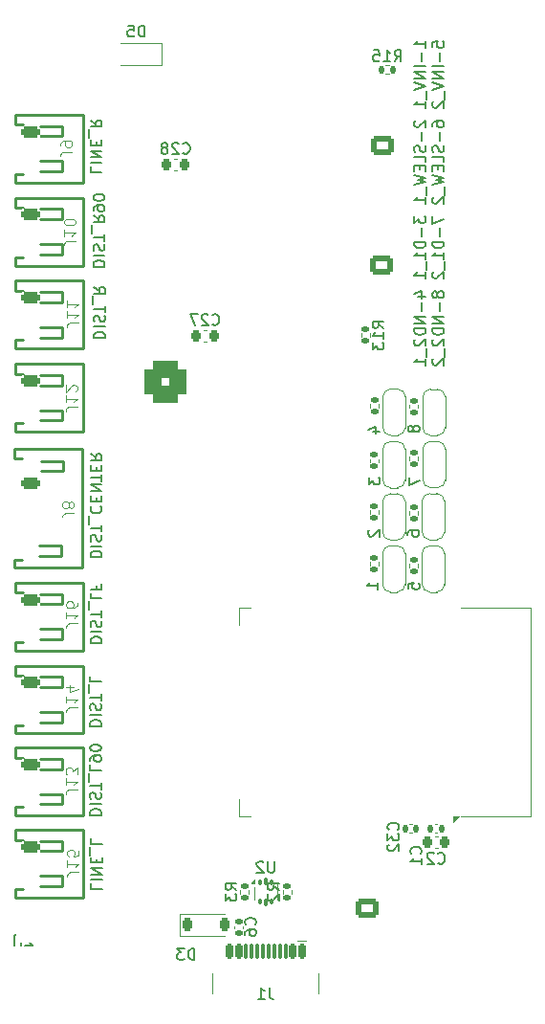
<source format=gbo>
G04 #@! TF.GenerationSoftware,KiCad,Pcbnew,8.0.8*
G04 #@! TF.CreationDate,2025-02-25T21:21:12+02:00*
G04 #@! TF.ProjectId,minisumo_2025,6d696e69-7375-46d6-9f5f-323032352e6b,rev?*
G04 #@! TF.SameCoordinates,Original*
G04 #@! TF.FileFunction,Legend,Bot*
G04 #@! TF.FilePolarity,Positive*
%FSLAX46Y46*%
G04 Gerber Fmt 4.6, Leading zero omitted, Abs format (unit mm)*
G04 Created by KiCad (PCBNEW 8.0.8) date 2025-02-25 21:21:12*
%MOMM*%
%LPD*%
G01*
G04 APERTURE LIST*
G04 Aperture macros list*
%AMRoundRect*
0 Rectangle with rounded corners*
0 $1 Rounding radius*
0 $2 $3 $4 $5 $6 $7 $8 $9 X,Y pos of 4 corners*
0 Add a 4 corners polygon primitive as box body*
4,1,4,$2,$3,$4,$5,$6,$7,$8,$9,$2,$3,0*
0 Add four circle primitives for the rounded corners*
1,1,$1+$1,$2,$3*
1,1,$1+$1,$4,$5*
1,1,$1+$1,$6,$7*
1,1,$1+$1,$8,$9*
0 Add four rect primitives between the rounded corners*
20,1,$1+$1,$2,$3,$4,$5,0*
20,1,$1+$1,$4,$5,$6,$7,0*
20,1,$1+$1,$6,$7,$8,$9,0*
20,1,$1+$1,$8,$9,$2,$3,0*%
%AMFreePoly0*
4,1,19,0.550000,-0.750000,0.000000,-0.750000,0.000000,-0.744911,-0.071157,-0.744911,-0.207708,-0.704816,-0.327430,-0.627875,-0.420627,-0.520320,-0.479746,-0.390866,-0.500000,-0.250000,-0.500000,0.250000,-0.479746,0.390866,-0.420627,0.520320,-0.327430,0.627875,-0.207708,0.704816,-0.071157,0.744911,0.000000,0.744911,0.000000,0.750000,0.550000,0.750000,0.550000,-0.750000,0.550000,-0.750000,
$1*%
%AMFreePoly1*
4,1,19,0.000000,0.744911,0.071157,0.744911,0.207708,0.704816,0.327430,0.627875,0.420627,0.520320,0.479746,0.390866,0.500000,0.250000,0.500000,-0.250000,0.479746,-0.390866,0.420627,-0.520320,0.327430,-0.627875,0.207708,-0.704816,0.071157,-0.744911,0.000000,-0.744911,0.000000,-0.750000,-0.550000,-0.750000,-0.550000,0.750000,0.000000,0.750000,0.000000,0.744911,0.000000,0.744911,
$1*%
G04 Aperture macros list end*
%ADD10C,0.150000*%
%ADD11C,0.100000*%
%ADD12C,0.254000*%
%ADD13C,0.120000*%
%ADD14C,1.600000*%
%ADD15C,0.499999*%
%ADD16RoundRect,0.760000X1.140000X1.140000X-1.140000X1.140000X-1.140000X-1.140000X1.140000X-1.140000X0*%
%ADD17C,4.000000*%
%ADD18RoundRect,0.250000X0.750000X-0.600000X0.750000X0.600000X-0.750000X0.600000X-0.750000X-0.600000X0*%
%ADD19O,2.000000X1.700000*%
%ADD20RoundRect,0.250000X0.725000X-0.600000X0.725000X0.600000X-0.725000X0.600000X-0.725000X-0.600000X0*%
%ADD21O,1.950000X1.700000*%
%ADD22R,1.700000X1.700000*%
%ADD23O,1.700000X1.700000*%
%ADD24RoundRect,0.250000X-0.615000X0.265000X-0.615000X-0.265000X0.615000X-0.265000X0.615000X0.265000X0*%
%ADD25O,1.730000X1.030000*%
%ADD26RoundRect,0.135000X-0.185000X0.135000X-0.185000X-0.135000X0.185000X-0.135000X0.185000X0.135000X0*%
%ADD27RoundRect,0.140000X-0.140000X-0.170000X0.140000X-0.170000X0.140000X0.170000X-0.140000X0.170000X0*%
%ADD28C,0.650000*%
%ADD29RoundRect,0.150000X0.150000X0.500000X-0.150000X0.500000X-0.150000X-0.500000X0.150000X-0.500000X0*%
%ADD30RoundRect,0.075000X0.075000X0.575000X-0.075000X0.575000X-0.075000X-0.575000X0.075000X-0.575000X0*%
%ADD31O,1.000000X1.600000*%
%ADD32O,1.000000X2.100000*%
%ADD33FreePoly0,90.000000*%
%ADD34R,1.500000X1.000000*%
%ADD35FreePoly1,90.000000*%
%ADD36RoundRect,0.135000X0.135000X0.185000X-0.135000X0.185000X-0.135000X-0.185000X0.135000X-0.185000X0*%
%ADD37RoundRect,0.225000X-0.225000X-0.375000X0.225000X-0.375000X0.225000X0.375000X-0.225000X0.375000X0*%
%ADD38RoundRect,0.093750X-0.093750X0.156250X-0.093750X-0.156250X0.093750X-0.156250X0.093750X0.156250X0*%
%ADD39RoundRect,0.075000X-0.075000X0.250000X-0.075000X-0.250000X0.075000X-0.250000X0.075000X0.250000X0*%
%ADD40R,1.200000X1.200000*%
%ADD41RoundRect,0.225000X0.225000X0.250000X-0.225000X0.250000X-0.225000X-0.250000X0.225000X-0.250000X0*%
%ADD42RoundRect,0.225000X-0.225000X-0.250000X0.225000X-0.250000X0.225000X0.250000X-0.225000X0.250000X0*%
%ADD43RoundRect,0.140000X0.170000X-0.140000X0.170000X0.140000X-0.170000X0.140000X-0.170000X-0.140000X0*%
%ADD44RoundRect,0.135000X0.185000X-0.135000X0.185000X0.135000X-0.185000X0.135000X-0.185000X-0.135000X0*%
%ADD45R,0.900000X1.500000*%
%ADD46R,1.500000X0.900000*%
%ADD47C,0.600000*%
%ADD48R,3.900000X3.900000*%
G04 APERTURE END LIST*
D10*
X147709875Y-50960588D02*
X147709875Y-50389160D01*
X147709875Y-50674874D02*
X146709875Y-50674874D01*
X146709875Y-50674874D02*
X146852732Y-50579636D01*
X146852732Y-50579636D02*
X146947970Y-50484398D01*
X146947970Y-50484398D02*
X146995589Y-50389160D01*
X147328922Y-51389160D02*
X147328922Y-52151065D01*
X147709875Y-52627255D02*
X146709875Y-52627255D01*
X147709875Y-53103445D02*
X146709875Y-53103445D01*
X146709875Y-53103445D02*
X147709875Y-53674873D01*
X147709875Y-53674873D02*
X146709875Y-53674873D01*
X146709875Y-54008207D02*
X147709875Y-54341540D01*
X147709875Y-54341540D02*
X146709875Y-54674873D01*
X147805113Y-54770112D02*
X147805113Y-55532016D01*
X147709875Y-56293921D02*
X147709875Y-55722493D01*
X147709875Y-56008207D02*
X146709875Y-56008207D01*
X146709875Y-56008207D02*
X146852732Y-55912969D01*
X146852732Y-55912969D02*
X146947970Y-55817731D01*
X146947970Y-55817731D02*
X146995589Y-55722493D01*
X146805113Y-57436779D02*
X146757494Y-57484398D01*
X146757494Y-57484398D02*
X146709875Y-57579636D01*
X146709875Y-57579636D02*
X146709875Y-57817731D01*
X146709875Y-57817731D02*
X146757494Y-57912969D01*
X146757494Y-57912969D02*
X146805113Y-57960588D01*
X146805113Y-57960588D02*
X146900351Y-58008207D01*
X146900351Y-58008207D02*
X146995589Y-58008207D01*
X146995589Y-58008207D02*
X147138446Y-57960588D01*
X147138446Y-57960588D02*
X147709875Y-57389160D01*
X147709875Y-57389160D02*
X147709875Y-58008207D01*
X147328922Y-58436779D02*
X147328922Y-59198684D01*
X147662256Y-59627255D02*
X147709875Y-59770112D01*
X147709875Y-59770112D02*
X147709875Y-60008207D01*
X147709875Y-60008207D02*
X147662256Y-60103445D01*
X147662256Y-60103445D02*
X147614636Y-60151064D01*
X147614636Y-60151064D02*
X147519398Y-60198683D01*
X147519398Y-60198683D02*
X147424160Y-60198683D01*
X147424160Y-60198683D02*
X147328922Y-60151064D01*
X147328922Y-60151064D02*
X147281303Y-60103445D01*
X147281303Y-60103445D02*
X147233684Y-60008207D01*
X147233684Y-60008207D02*
X147186065Y-59817731D01*
X147186065Y-59817731D02*
X147138446Y-59722493D01*
X147138446Y-59722493D02*
X147090827Y-59674874D01*
X147090827Y-59674874D02*
X146995589Y-59627255D01*
X146995589Y-59627255D02*
X146900351Y-59627255D01*
X146900351Y-59627255D02*
X146805113Y-59674874D01*
X146805113Y-59674874D02*
X146757494Y-59722493D01*
X146757494Y-59722493D02*
X146709875Y-59817731D01*
X146709875Y-59817731D02*
X146709875Y-60055826D01*
X146709875Y-60055826D02*
X146757494Y-60198683D01*
X147709875Y-61103445D02*
X147709875Y-60627255D01*
X147709875Y-60627255D02*
X146709875Y-60627255D01*
X147186065Y-61436779D02*
X147186065Y-61770112D01*
X147709875Y-61912969D02*
X147709875Y-61436779D01*
X147709875Y-61436779D02*
X146709875Y-61436779D01*
X146709875Y-61436779D02*
X146709875Y-61912969D01*
X146709875Y-62246303D02*
X147709875Y-62484398D01*
X147709875Y-62484398D02*
X146995589Y-62674874D01*
X146995589Y-62674874D02*
X147709875Y-62865350D01*
X147709875Y-62865350D02*
X146709875Y-63103446D01*
X147805113Y-63246303D02*
X147805113Y-64008207D01*
X147709875Y-64770112D02*
X147709875Y-64198684D01*
X147709875Y-64484398D02*
X146709875Y-64484398D01*
X146709875Y-64484398D02*
X146852732Y-64389160D01*
X146852732Y-64389160D02*
X146947970Y-64293922D01*
X146947970Y-64293922D02*
X146995589Y-64198684D01*
X146709875Y-65865351D02*
X146709875Y-66484398D01*
X146709875Y-66484398D02*
X147090827Y-66151065D01*
X147090827Y-66151065D02*
X147090827Y-66293922D01*
X147090827Y-66293922D02*
X147138446Y-66389160D01*
X147138446Y-66389160D02*
X147186065Y-66436779D01*
X147186065Y-66436779D02*
X147281303Y-66484398D01*
X147281303Y-66484398D02*
X147519398Y-66484398D01*
X147519398Y-66484398D02*
X147614636Y-66436779D01*
X147614636Y-66436779D02*
X147662256Y-66389160D01*
X147662256Y-66389160D02*
X147709875Y-66293922D01*
X147709875Y-66293922D02*
X147709875Y-66008208D01*
X147709875Y-66008208D02*
X147662256Y-65912970D01*
X147662256Y-65912970D02*
X147614636Y-65865351D01*
X147328922Y-66912970D02*
X147328922Y-67674875D01*
X147709875Y-68151065D02*
X146709875Y-68151065D01*
X146709875Y-68151065D02*
X146709875Y-68389160D01*
X146709875Y-68389160D02*
X146757494Y-68532017D01*
X146757494Y-68532017D02*
X146852732Y-68627255D01*
X146852732Y-68627255D02*
X146947970Y-68674874D01*
X146947970Y-68674874D02*
X147138446Y-68722493D01*
X147138446Y-68722493D02*
X147281303Y-68722493D01*
X147281303Y-68722493D02*
X147471779Y-68674874D01*
X147471779Y-68674874D02*
X147567017Y-68627255D01*
X147567017Y-68627255D02*
X147662256Y-68532017D01*
X147662256Y-68532017D02*
X147709875Y-68389160D01*
X147709875Y-68389160D02*
X147709875Y-68151065D01*
X147709875Y-69674874D02*
X147709875Y-69103446D01*
X147709875Y-69389160D02*
X146709875Y-69389160D01*
X146709875Y-69389160D02*
X146852732Y-69293922D01*
X146852732Y-69293922D02*
X146947970Y-69198684D01*
X146947970Y-69198684D02*
X146995589Y-69103446D01*
X147805113Y-69865351D02*
X147805113Y-70627255D01*
X147709875Y-71389160D02*
X147709875Y-70817732D01*
X147709875Y-71103446D02*
X146709875Y-71103446D01*
X146709875Y-71103446D02*
X146852732Y-71008208D01*
X146852732Y-71008208D02*
X146947970Y-70912970D01*
X146947970Y-70912970D02*
X146995589Y-70817732D01*
X147043208Y-73008208D02*
X147709875Y-73008208D01*
X146662256Y-72770113D02*
X147376541Y-72532018D01*
X147376541Y-72532018D02*
X147376541Y-73151065D01*
X147328922Y-73532018D02*
X147328922Y-74293923D01*
X147709875Y-74770113D02*
X146709875Y-74770113D01*
X146709875Y-74770113D02*
X147709875Y-75341541D01*
X147709875Y-75341541D02*
X146709875Y-75341541D01*
X147709875Y-75817732D02*
X146709875Y-75817732D01*
X146709875Y-75817732D02*
X146709875Y-76055827D01*
X146709875Y-76055827D02*
X146757494Y-76198684D01*
X146757494Y-76198684D02*
X146852732Y-76293922D01*
X146852732Y-76293922D02*
X146947970Y-76341541D01*
X146947970Y-76341541D02*
X147138446Y-76389160D01*
X147138446Y-76389160D02*
X147281303Y-76389160D01*
X147281303Y-76389160D02*
X147471779Y-76341541D01*
X147471779Y-76341541D02*
X147567017Y-76293922D01*
X147567017Y-76293922D02*
X147662256Y-76198684D01*
X147662256Y-76198684D02*
X147709875Y-76055827D01*
X147709875Y-76055827D02*
X147709875Y-75817732D01*
X146805113Y-76770113D02*
X146757494Y-76817732D01*
X146757494Y-76817732D02*
X146709875Y-76912970D01*
X146709875Y-76912970D02*
X146709875Y-77151065D01*
X146709875Y-77151065D02*
X146757494Y-77246303D01*
X146757494Y-77246303D02*
X146805113Y-77293922D01*
X146805113Y-77293922D02*
X146900351Y-77341541D01*
X146900351Y-77341541D02*
X146995589Y-77341541D01*
X146995589Y-77341541D02*
X147138446Y-77293922D01*
X147138446Y-77293922D02*
X147709875Y-76722494D01*
X147709875Y-76722494D02*
X147709875Y-77341541D01*
X147805113Y-77532018D02*
X147805113Y-78293922D01*
X147709875Y-79055827D02*
X147709875Y-78484399D01*
X147709875Y-78770113D02*
X146709875Y-78770113D01*
X146709875Y-78770113D02*
X146852732Y-78674875D01*
X146852732Y-78674875D02*
X146947970Y-78579637D01*
X146947970Y-78579637D02*
X146995589Y-78484399D01*
X148319819Y-50912969D02*
X148319819Y-50436779D01*
X148319819Y-50436779D02*
X148796009Y-50389160D01*
X148796009Y-50389160D02*
X148748390Y-50436779D01*
X148748390Y-50436779D02*
X148700771Y-50532017D01*
X148700771Y-50532017D02*
X148700771Y-50770112D01*
X148700771Y-50770112D02*
X148748390Y-50865350D01*
X148748390Y-50865350D02*
X148796009Y-50912969D01*
X148796009Y-50912969D02*
X148891247Y-50960588D01*
X148891247Y-50960588D02*
X149129342Y-50960588D01*
X149129342Y-50960588D02*
X149224580Y-50912969D01*
X149224580Y-50912969D02*
X149272200Y-50865350D01*
X149272200Y-50865350D02*
X149319819Y-50770112D01*
X149319819Y-50770112D02*
X149319819Y-50532017D01*
X149319819Y-50532017D02*
X149272200Y-50436779D01*
X149272200Y-50436779D02*
X149224580Y-50389160D01*
X148938866Y-51389160D02*
X148938866Y-52151065D01*
X149319819Y-52627255D02*
X148319819Y-52627255D01*
X149319819Y-53103445D02*
X148319819Y-53103445D01*
X148319819Y-53103445D02*
X149319819Y-53674873D01*
X149319819Y-53674873D02*
X148319819Y-53674873D01*
X148319819Y-54008207D02*
X149319819Y-54341540D01*
X149319819Y-54341540D02*
X148319819Y-54674873D01*
X149415057Y-54770112D02*
X149415057Y-55532016D01*
X148415057Y-55722493D02*
X148367438Y-55770112D01*
X148367438Y-55770112D02*
X148319819Y-55865350D01*
X148319819Y-55865350D02*
X148319819Y-56103445D01*
X148319819Y-56103445D02*
X148367438Y-56198683D01*
X148367438Y-56198683D02*
X148415057Y-56246302D01*
X148415057Y-56246302D02*
X148510295Y-56293921D01*
X148510295Y-56293921D02*
X148605533Y-56293921D01*
X148605533Y-56293921D02*
X148748390Y-56246302D01*
X148748390Y-56246302D02*
X149319819Y-55674874D01*
X149319819Y-55674874D02*
X149319819Y-56293921D01*
X148319819Y-57912969D02*
X148319819Y-57722493D01*
X148319819Y-57722493D02*
X148367438Y-57627255D01*
X148367438Y-57627255D02*
X148415057Y-57579636D01*
X148415057Y-57579636D02*
X148557914Y-57484398D01*
X148557914Y-57484398D02*
X148748390Y-57436779D01*
X148748390Y-57436779D02*
X149129342Y-57436779D01*
X149129342Y-57436779D02*
X149224580Y-57484398D01*
X149224580Y-57484398D02*
X149272200Y-57532017D01*
X149272200Y-57532017D02*
X149319819Y-57627255D01*
X149319819Y-57627255D02*
X149319819Y-57817731D01*
X149319819Y-57817731D02*
X149272200Y-57912969D01*
X149272200Y-57912969D02*
X149224580Y-57960588D01*
X149224580Y-57960588D02*
X149129342Y-58008207D01*
X149129342Y-58008207D02*
X148891247Y-58008207D01*
X148891247Y-58008207D02*
X148796009Y-57960588D01*
X148796009Y-57960588D02*
X148748390Y-57912969D01*
X148748390Y-57912969D02*
X148700771Y-57817731D01*
X148700771Y-57817731D02*
X148700771Y-57627255D01*
X148700771Y-57627255D02*
X148748390Y-57532017D01*
X148748390Y-57532017D02*
X148796009Y-57484398D01*
X148796009Y-57484398D02*
X148891247Y-57436779D01*
X148938866Y-58436779D02*
X148938866Y-59198684D01*
X149272200Y-59627255D02*
X149319819Y-59770112D01*
X149319819Y-59770112D02*
X149319819Y-60008207D01*
X149319819Y-60008207D02*
X149272200Y-60103445D01*
X149272200Y-60103445D02*
X149224580Y-60151064D01*
X149224580Y-60151064D02*
X149129342Y-60198683D01*
X149129342Y-60198683D02*
X149034104Y-60198683D01*
X149034104Y-60198683D02*
X148938866Y-60151064D01*
X148938866Y-60151064D02*
X148891247Y-60103445D01*
X148891247Y-60103445D02*
X148843628Y-60008207D01*
X148843628Y-60008207D02*
X148796009Y-59817731D01*
X148796009Y-59817731D02*
X148748390Y-59722493D01*
X148748390Y-59722493D02*
X148700771Y-59674874D01*
X148700771Y-59674874D02*
X148605533Y-59627255D01*
X148605533Y-59627255D02*
X148510295Y-59627255D01*
X148510295Y-59627255D02*
X148415057Y-59674874D01*
X148415057Y-59674874D02*
X148367438Y-59722493D01*
X148367438Y-59722493D02*
X148319819Y-59817731D01*
X148319819Y-59817731D02*
X148319819Y-60055826D01*
X148319819Y-60055826D02*
X148367438Y-60198683D01*
X149319819Y-61103445D02*
X149319819Y-60627255D01*
X149319819Y-60627255D02*
X148319819Y-60627255D01*
X148796009Y-61436779D02*
X148796009Y-61770112D01*
X149319819Y-61912969D02*
X149319819Y-61436779D01*
X149319819Y-61436779D02*
X148319819Y-61436779D01*
X148319819Y-61436779D02*
X148319819Y-61912969D01*
X148319819Y-62246303D02*
X149319819Y-62484398D01*
X149319819Y-62484398D02*
X148605533Y-62674874D01*
X148605533Y-62674874D02*
X149319819Y-62865350D01*
X149319819Y-62865350D02*
X148319819Y-63103446D01*
X149415057Y-63246303D02*
X149415057Y-64008207D01*
X148415057Y-64198684D02*
X148367438Y-64246303D01*
X148367438Y-64246303D02*
X148319819Y-64341541D01*
X148319819Y-64341541D02*
X148319819Y-64579636D01*
X148319819Y-64579636D02*
X148367438Y-64674874D01*
X148367438Y-64674874D02*
X148415057Y-64722493D01*
X148415057Y-64722493D02*
X148510295Y-64770112D01*
X148510295Y-64770112D02*
X148605533Y-64770112D01*
X148605533Y-64770112D02*
X148748390Y-64722493D01*
X148748390Y-64722493D02*
X149319819Y-64151065D01*
X149319819Y-64151065D02*
X149319819Y-64770112D01*
X148319819Y-65865351D02*
X148319819Y-66532017D01*
X148319819Y-66532017D02*
X149319819Y-66103446D01*
X148938866Y-66912970D02*
X148938866Y-67674875D01*
X149319819Y-68151065D02*
X148319819Y-68151065D01*
X148319819Y-68151065D02*
X148319819Y-68389160D01*
X148319819Y-68389160D02*
X148367438Y-68532017D01*
X148367438Y-68532017D02*
X148462676Y-68627255D01*
X148462676Y-68627255D02*
X148557914Y-68674874D01*
X148557914Y-68674874D02*
X148748390Y-68722493D01*
X148748390Y-68722493D02*
X148891247Y-68722493D01*
X148891247Y-68722493D02*
X149081723Y-68674874D01*
X149081723Y-68674874D02*
X149176961Y-68627255D01*
X149176961Y-68627255D02*
X149272200Y-68532017D01*
X149272200Y-68532017D02*
X149319819Y-68389160D01*
X149319819Y-68389160D02*
X149319819Y-68151065D01*
X149319819Y-69674874D02*
X149319819Y-69103446D01*
X149319819Y-69389160D02*
X148319819Y-69389160D01*
X148319819Y-69389160D02*
X148462676Y-69293922D01*
X148462676Y-69293922D02*
X148557914Y-69198684D01*
X148557914Y-69198684D02*
X148605533Y-69103446D01*
X149415057Y-69865351D02*
X149415057Y-70627255D01*
X148415057Y-70817732D02*
X148367438Y-70865351D01*
X148367438Y-70865351D02*
X148319819Y-70960589D01*
X148319819Y-70960589D02*
X148319819Y-71198684D01*
X148319819Y-71198684D02*
X148367438Y-71293922D01*
X148367438Y-71293922D02*
X148415057Y-71341541D01*
X148415057Y-71341541D02*
X148510295Y-71389160D01*
X148510295Y-71389160D02*
X148605533Y-71389160D01*
X148605533Y-71389160D02*
X148748390Y-71341541D01*
X148748390Y-71341541D02*
X149319819Y-70770113D01*
X149319819Y-70770113D02*
X149319819Y-71389160D01*
X148748390Y-72722494D02*
X148700771Y-72627256D01*
X148700771Y-72627256D02*
X148653152Y-72579637D01*
X148653152Y-72579637D02*
X148557914Y-72532018D01*
X148557914Y-72532018D02*
X148510295Y-72532018D01*
X148510295Y-72532018D02*
X148415057Y-72579637D01*
X148415057Y-72579637D02*
X148367438Y-72627256D01*
X148367438Y-72627256D02*
X148319819Y-72722494D01*
X148319819Y-72722494D02*
X148319819Y-72912970D01*
X148319819Y-72912970D02*
X148367438Y-73008208D01*
X148367438Y-73008208D02*
X148415057Y-73055827D01*
X148415057Y-73055827D02*
X148510295Y-73103446D01*
X148510295Y-73103446D02*
X148557914Y-73103446D01*
X148557914Y-73103446D02*
X148653152Y-73055827D01*
X148653152Y-73055827D02*
X148700771Y-73008208D01*
X148700771Y-73008208D02*
X148748390Y-72912970D01*
X148748390Y-72912970D02*
X148748390Y-72722494D01*
X148748390Y-72722494D02*
X148796009Y-72627256D01*
X148796009Y-72627256D02*
X148843628Y-72579637D01*
X148843628Y-72579637D02*
X148938866Y-72532018D01*
X148938866Y-72532018D02*
X149129342Y-72532018D01*
X149129342Y-72532018D02*
X149224580Y-72579637D01*
X149224580Y-72579637D02*
X149272200Y-72627256D01*
X149272200Y-72627256D02*
X149319819Y-72722494D01*
X149319819Y-72722494D02*
X149319819Y-72912970D01*
X149319819Y-72912970D02*
X149272200Y-73008208D01*
X149272200Y-73008208D02*
X149224580Y-73055827D01*
X149224580Y-73055827D02*
X149129342Y-73103446D01*
X149129342Y-73103446D02*
X148938866Y-73103446D01*
X148938866Y-73103446D02*
X148843628Y-73055827D01*
X148843628Y-73055827D02*
X148796009Y-73008208D01*
X148796009Y-73008208D02*
X148748390Y-72912970D01*
X148938866Y-73532018D02*
X148938866Y-74293923D01*
X149319819Y-74770113D02*
X148319819Y-74770113D01*
X148319819Y-74770113D02*
X149319819Y-75341541D01*
X149319819Y-75341541D02*
X148319819Y-75341541D01*
X149319819Y-75817732D02*
X148319819Y-75817732D01*
X148319819Y-75817732D02*
X148319819Y-76055827D01*
X148319819Y-76055827D02*
X148367438Y-76198684D01*
X148367438Y-76198684D02*
X148462676Y-76293922D01*
X148462676Y-76293922D02*
X148557914Y-76341541D01*
X148557914Y-76341541D02*
X148748390Y-76389160D01*
X148748390Y-76389160D02*
X148891247Y-76389160D01*
X148891247Y-76389160D02*
X149081723Y-76341541D01*
X149081723Y-76341541D02*
X149176961Y-76293922D01*
X149176961Y-76293922D02*
X149272200Y-76198684D01*
X149272200Y-76198684D02*
X149319819Y-76055827D01*
X149319819Y-76055827D02*
X149319819Y-75817732D01*
X148415057Y-76770113D02*
X148367438Y-76817732D01*
X148367438Y-76817732D02*
X148319819Y-76912970D01*
X148319819Y-76912970D02*
X148319819Y-77151065D01*
X148319819Y-77151065D02*
X148367438Y-77246303D01*
X148367438Y-77246303D02*
X148415057Y-77293922D01*
X148415057Y-77293922D02*
X148510295Y-77341541D01*
X148510295Y-77341541D02*
X148605533Y-77341541D01*
X148605533Y-77341541D02*
X148748390Y-77293922D01*
X148748390Y-77293922D02*
X149319819Y-76722494D01*
X149319819Y-76722494D02*
X149319819Y-77341541D01*
X149415057Y-77532018D02*
X149415057Y-78293922D01*
X148415057Y-78484399D02*
X148367438Y-78532018D01*
X148367438Y-78532018D02*
X148319819Y-78627256D01*
X148319819Y-78627256D02*
X148319819Y-78865351D01*
X148319819Y-78865351D02*
X148367438Y-78960589D01*
X148367438Y-78960589D02*
X148415057Y-79008208D01*
X148415057Y-79008208D02*
X148510295Y-79055827D01*
X148510295Y-79055827D02*
X148605533Y-79055827D01*
X148605533Y-79055827D02*
X148748390Y-79008208D01*
X148748390Y-79008208D02*
X149319819Y-78436780D01*
X149319819Y-78436780D02*
X149319819Y-79055827D01*
X117980180Y-111013220D02*
X118980180Y-111013220D01*
X118980180Y-111013220D02*
X118980180Y-110775125D01*
X118980180Y-110775125D02*
X118932561Y-110632268D01*
X118932561Y-110632268D02*
X118837323Y-110537030D01*
X118837323Y-110537030D02*
X118742085Y-110489411D01*
X118742085Y-110489411D02*
X118551609Y-110441792D01*
X118551609Y-110441792D02*
X118408752Y-110441792D01*
X118408752Y-110441792D02*
X118218276Y-110489411D01*
X118218276Y-110489411D02*
X118123038Y-110537030D01*
X118123038Y-110537030D02*
X118027800Y-110632268D01*
X118027800Y-110632268D02*
X117980180Y-110775125D01*
X117980180Y-110775125D02*
X117980180Y-111013220D01*
X117980180Y-110013220D02*
X118980180Y-110013220D01*
X118027800Y-109584649D02*
X117980180Y-109441792D01*
X117980180Y-109441792D02*
X117980180Y-109203697D01*
X117980180Y-109203697D02*
X118027800Y-109108459D01*
X118027800Y-109108459D02*
X118075419Y-109060840D01*
X118075419Y-109060840D02*
X118170657Y-109013221D01*
X118170657Y-109013221D02*
X118265895Y-109013221D01*
X118265895Y-109013221D02*
X118361133Y-109060840D01*
X118361133Y-109060840D02*
X118408752Y-109108459D01*
X118408752Y-109108459D02*
X118456371Y-109203697D01*
X118456371Y-109203697D02*
X118503990Y-109394173D01*
X118503990Y-109394173D02*
X118551609Y-109489411D01*
X118551609Y-109489411D02*
X118599228Y-109537030D01*
X118599228Y-109537030D02*
X118694466Y-109584649D01*
X118694466Y-109584649D02*
X118789704Y-109584649D01*
X118789704Y-109584649D02*
X118884942Y-109537030D01*
X118884942Y-109537030D02*
X118932561Y-109489411D01*
X118932561Y-109489411D02*
X118980180Y-109394173D01*
X118980180Y-109394173D02*
X118980180Y-109156078D01*
X118980180Y-109156078D02*
X118932561Y-109013221D01*
X118980180Y-108727506D02*
X118980180Y-108156078D01*
X117980180Y-108441792D02*
X118980180Y-108441792D01*
X117884942Y-108060840D02*
X117884942Y-107298935D01*
X117980180Y-106584649D02*
X117980180Y-107060839D01*
X117980180Y-107060839D02*
X118980180Y-107060839D01*
X118330180Y-76663220D02*
X119330180Y-76663220D01*
X119330180Y-76663220D02*
X119330180Y-76425125D01*
X119330180Y-76425125D02*
X119282561Y-76282268D01*
X119282561Y-76282268D02*
X119187323Y-76187030D01*
X119187323Y-76187030D02*
X119092085Y-76139411D01*
X119092085Y-76139411D02*
X118901609Y-76091792D01*
X118901609Y-76091792D02*
X118758752Y-76091792D01*
X118758752Y-76091792D02*
X118568276Y-76139411D01*
X118568276Y-76139411D02*
X118473038Y-76187030D01*
X118473038Y-76187030D02*
X118377800Y-76282268D01*
X118377800Y-76282268D02*
X118330180Y-76425125D01*
X118330180Y-76425125D02*
X118330180Y-76663220D01*
X118330180Y-75663220D02*
X119330180Y-75663220D01*
X118377800Y-75234649D02*
X118330180Y-75091792D01*
X118330180Y-75091792D02*
X118330180Y-74853697D01*
X118330180Y-74853697D02*
X118377800Y-74758459D01*
X118377800Y-74758459D02*
X118425419Y-74710840D01*
X118425419Y-74710840D02*
X118520657Y-74663221D01*
X118520657Y-74663221D02*
X118615895Y-74663221D01*
X118615895Y-74663221D02*
X118711133Y-74710840D01*
X118711133Y-74710840D02*
X118758752Y-74758459D01*
X118758752Y-74758459D02*
X118806371Y-74853697D01*
X118806371Y-74853697D02*
X118853990Y-75044173D01*
X118853990Y-75044173D02*
X118901609Y-75139411D01*
X118901609Y-75139411D02*
X118949228Y-75187030D01*
X118949228Y-75187030D02*
X119044466Y-75234649D01*
X119044466Y-75234649D02*
X119139704Y-75234649D01*
X119139704Y-75234649D02*
X119234942Y-75187030D01*
X119234942Y-75187030D02*
X119282561Y-75139411D01*
X119282561Y-75139411D02*
X119330180Y-75044173D01*
X119330180Y-75044173D02*
X119330180Y-74806078D01*
X119330180Y-74806078D02*
X119282561Y-74663221D01*
X119330180Y-74377506D02*
X119330180Y-73806078D01*
X118330180Y-74091792D02*
X119330180Y-74091792D01*
X118234942Y-73710840D02*
X118234942Y-72948935D01*
X118330180Y-72139411D02*
X118806371Y-72472744D01*
X118330180Y-72710839D02*
X119330180Y-72710839D01*
X119330180Y-72710839D02*
X119330180Y-72329887D01*
X119330180Y-72329887D02*
X119282561Y-72234649D01*
X119282561Y-72234649D02*
X119234942Y-72187030D01*
X119234942Y-72187030D02*
X119139704Y-72139411D01*
X119139704Y-72139411D02*
X118996847Y-72139411D01*
X118996847Y-72139411D02*
X118901609Y-72187030D01*
X118901609Y-72187030D02*
X118853990Y-72234649D01*
X118853990Y-72234649D02*
X118806371Y-72329887D01*
X118806371Y-72329887D02*
X118806371Y-72710839D01*
X146169819Y-98862969D02*
X146169819Y-98386779D01*
X146169819Y-98386779D02*
X146646009Y-98339160D01*
X146646009Y-98339160D02*
X146598390Y-98386779D01*
X146598390Y-98386779D02*
X146550771Y-98482017D01*
X146550771Y-98482017D02*
X146550771Y-98720112D01*
X146550771Y-98720112D02*
X146598390Y-98815350D01*
X146598390Y-98815350D02*
X146646009Y-98862969D01*
X146646009Y-98862969D02*
X146741247Y-98910588D01*
X146741247Y-98910588D02*
X146979342Y-98910588D01*
X146979342Y-98910588D02*
X147074580Y-98862969D01*
X147074580Y-98862969D02*
X147122200Y-98815350D01*
X147122200Y-98815350D02*
X147169819Y-98720112D01*
X147169819Y-98720112D02*
X147169819Y-98482017D01*
X147169819Y-98482017D02*
X147122200Y-98386779D01*
X147122200Y-98386779D02*
X147074580Y-98339160D01*
X142715057Y-93639160D02*
X142667438Y-93686779D01*
X142667438Y-93686779D02*
X142619819Y-93782017D01*
X142619819Y-93782017D02*
X142619819Y-94020112D01*
X142619819Y-94020112D02*
X142667438Y-94115350D01*
X142667438Y-94115350D02*
X142715057Y-94162969D01*
X142715057Y-94162969D02*
X142810295Y-94210588D01*
X142810295Y-94210588D02*
X142905533Y-94210588D01*
X142905533Y-94210588D02*
X143048390Y-94162969D01*
X143048390Y-94162969D02*
X143619819Y-93591541D01*
X143619819Y-93591541D02*
X143619819Y-94210588D01*
X146119819Y-94115350D02*
X146119819Y-93924874D01*
X146119819Y-93924874D02*
X146167438Y-93829636D01*
X146167438Y-93829636D02*
X146215057Y-93782017D01*
X146215057Y-93782017D02*
X146357914Y-93686779D01*
X146357914Y-93686779D02*
X146548390Y-93639160D01*
X146548390Y-93639160D02*
X146929342Y-93639160D01*
X146929342Y-93639160D02*
X147024580Y-93686779D01*
X147024580Y-93686779D02*
X147072200Y-93734398D01*
X147072200Y-93734398D02*
X147119819Y-93829636D01*
X147119819Y-93829636D02*
X147119819Y-94020112D01*
X147119819Y-94020112D02*
X147072200Y-94115350D01*
X147072200Y-94115350D02*
X147024580Y-94162969D01*
X147024580Y-94162969D02*
X146929342Y-94210588D01*
X146929342Y-94210588D02*
X146691247Y-94210588D01*
X146691247Y-94210588D02*
X146596009Y-94162969D01*
X146596009Y-94162969D02*
X146548390Y-94115350D01*
X146548390Y-94115350D02*
X146500771Y-94020112D01*
X146500771Y-94020112D02*
X146500771Y-93829636D01*
X146500771Y-93829636D02*
X146548390Y-93734398D01*
X146548390Y-93734398D02*
X146596009Y-93686779D01*
X146596009Y-93686779D02*
X146691247Y-93639160D01*
X118030180Y-61487030D02*
X118030180Y-61963220D01*
X118030180Y-61963220D02*
X119030180Y-61963220D01*
X118030180Y-61153696D02*
X119030180Y-61153696D01*
X118030180Y-60677506D02*
X119030180Y-60677506D01*
X119030180Y-60677506D02*
X118030180Y-60106078D01*
X118030180Y-60106078D02*
X119030180Y-60106078D01*
X118553990Y-59629887D02*
X118553990Y-59296554D01*
X118030180Y-59153697D02*
X118030180Y-59629887D01*
X118030180Y-59629887D02*
X119030180Y-59629887D01*
X119030180Y-59629887D02*
X119030180Y-59153697D01*
X117934942Y-58963221D02*
X117934942Y-58201316D01*
X118030180Y-57391792D02*
X118506371Y-57725125D01*
X118030180Y-57963220D02*
X119030180Y-57963220D01*
X119030180Y-57963220D02*
X119030180Y-57582268D01*
X119030180Y-57582268D02*
X118982561Y-57487030D01*
X118982561Y-57487030D02*
X118934942Y-57439411D01*
X118934942Y-57439411D02*
X118839704Y-57391792D01*
X118839704Y-57391792D02*
X118696847Y-57391792D01*
X118696847Y-57391792D02*
X118601609Y-57439411D01*
X118601609Y-57439411D02*
X118553990Y-57487030D01*
X118553990Y-57487030D02*
X118506371Y-57582268D01*
X118506371Y-57582268D02*
X118506371Y-57963220D01*
X118080180Y-124937030D02*
X118080180Y-125413220D01*
X118080180Y-125413220D02*
X119080180Y-125413220D01*
X118080180Y-124603696D02*
X119080180Y-124603696D01*
X118080180Y-124127506D02*
X119080180Y-124127506D01*
X119080180Y-124127506D02*
X118080180Y-123556078D01*
X118080180Y-123556078D02*
X119080180Y-123556078D01*
X118603990Y-123079887D02*
X118603990Y-122746554D01*
X118080180Y-122603697D02*
X118080180Y-123079887D01*
X118080180Y-123079887D02*
X119080180Y-123079887D01*
X119080180Y-123079887D02*
X119080180Y-122603697D01*
X117984942Y-122413221D02*
X117984942Y-121651316D01*
X118080180Y-120937030D02*
X118080180Y-121413220D01*
X118080180Y-121413220D02*
X119080180Y-121413220D01*
X118030180Y-103663220D02*
X119030180Y-103663220D01*
X119030180Y-103663220D02*
X119030180Y-103425125D01*
X119030180Y-103425125D02*
X118982561Y-103282268D01*
X118982561Y-103282268D02*
X118887323Y-103187030D01*
X118887323Y-103187030D02*
X118792085Y-103139411D01*
X118792085Y-103139411D02*
X118601609Y-103091792D01*
X118601609Y-103091792D02*
X118458752Y-103091792D01*
X118458752Y-103091792D02*
X118268276Y-103139411D01*
X118268276Y-103139411D02*
X118173038Y-103187030D01*
X118173038Y-103187030D02*
X118077800Y-103282268D01*
X118077800Y-103282268D02*
X118030180Y-103425125D01*
X118030180Y-103425125D02*
X118030180Y-103663220D01*
X118030180Y-102663220D02*
X119030180Y-102663220D01*
X118077800Y-102234649D02*
X118030180Y-102091792D01*
X118030180Y-102091792D02*
X118030180Y-101853697D01*
X118030180Y-101853697D02*
X118077800Y-101758459D01*
X118077800Y-101758459D02*
X118125419Y-101710840D01*
X118125419Y-101710840D02*
X118220657Y-101663221D01*
X118220657Y-101663221D02*
X118315895Y-101663221D01*
X118315895Y-101663221D02*
X118411133Y-101710840D01*
X118411133Y-101710840D02*
X118458752Y-101758459D01*
X118458752Y-101758459D02*
X118506371Y-101853697D01*
X118506371Y-101853697D02*
X118553990Y-102044173D01*
X118553990Y-102044173D02*
X118601609Y-102139411D01*
X118601609Y-102139411D02*
X118649228Y-102187030D01*
X118649228Y-102187030D02*
X118744466Y-102234649D01*
X118744466Y-102234649D02*
X118839704Y-102234649D01*
X118839704Y-102234649D02*
X118934942Y-102187030D01*
X118934942Y-102187030D02*
X118982561Y-102139411D01*
X118982561Y-102139411D02*
X119030180Y-102044173D01*
X119030180Y-102044173D02*
X119030180Y-101806078D01*
X119030180Y-101806078D02*
X118982561Y-101663221D01*
X119030180Y-101377506D02*
X119030180Y-100806078D01*
X118030180Y-101091792D02*
X119030180Y-101091792D01*
X117934942Y-100710840D02*
X117934942Y-99948935D01*
X118030180Y-99234649D02*
X118030180Y-99710839D01*
X118030180Y-99710839D02*
X119030180Y-99710839D01*
X118553990Y-98567982D02*
X118553990Y-98901315D01*
X118030180Y-98901315D02*
X119030180Y-98901315D01*
X119030180Y-98901315D02*
X119030180Y-98425125D01*
X118280180Y-70363220D02*
X119280180Y-70363220D01*
X119280180Y-70363220D02*
X119280180Y-70125125D01*
X119280180Y-70125125D02*
X119232561Y-69982268D01*
X119232561Y-69982268D02*
X119137323Y-69887030D01*
X119137323Y-69887030D02*
X119042085Y-69839411D01*
X119042085Y-69839411D02*
X118851609Y-69791792D01*
X118851609Y-69791792D02*
X118708752Y-69791792D01*
X118708752Y-69791792D02*
X118518276Y-69839411D01*
X118518276Y-69839411D02*
X118423038Y-69887030D01*
X118423038Y-69887030D02*
X118327800Y-69982268D01*
X118327800Y-69982268D02*
X118280180Y-70125125D01*
X118280180Y-70125125D02*
X118280180Y-70363220D01*
X118280180Y-69363220D02*
X119280180Y-69363220D01*
X118327800Y-68934649D02*
X118280180Y-68791792D01*
X118280180Y-68791792D02*
X118280180Y-68553697D01*
X118280180Y-68553697D02*
X118327800Y-68458459D01*
X118327800Y-68458459D02*
X118375419Y-68410840D01*
X118375419Y-68410840D02*
X118470657Y-68363221D01*
X118470657Y-68363221D02*
X118565895Y-68363221D01*
X118565895Y-68363221D02*
X118661133Y-68410840D01*
X118661133Y-68410840D02*
X118708752Y-68458459D01*
X118708752Y-68458459D02*
X118756371Y-68553697D01*
X118756371Y-68553697D02*
X118803990Y-68744173D01*
X118803990Y-68744173D02*
X118851609Y-68839411D01*
X118851609Y-68839411D02*
X118899228Y-68887030D01*
X118899228Y-68887030D02*
X118994466Y-68934649D01*
X118994466Y-68934649D02*
X119089704Y-68934649D01*
X119089704Y-68934649D02*
X119184942Y-68887030D01*
X119184942Y-68887030D02*
X119232561Y-68839411D01*
X119232561Y-68839411D02*
X119280180Y-68744173D01*
X119280180Y-68744173D02*
X119280180Y-68506078D01*
X119280180Y-68506078D02*
X119232561Y-68363221D01*
X119280180Y-68077506D02*
X119280180Y-67506078D01*
X118280180Y-67791792D02*
X119280180Y-67791792D01*
X118184942Y-67410840D02*
X118184942Y-66648935D01*
X118280180Y-65839411D02*
X118756371Y-66172744D01*
X118280180Y-66410839D02*
X119280180Y-66410839D01*
X119280180Y-66410839D02*
X119280180Y-66029887D01*
X119280180Y-66029887D02*
X119232561Y-65934649D01*
X119232561Y-65934649D02*
X119184942Y-65887030D01*
X119184942Y-65887030D02*
X119089704Y-65839411D01*
X119089704Y-65839411D02*
X118946847Y-65839411D01*
X118946847Y-65839411D02*
X118851609Y-65887030D01*
X118851609Y-65887030D02*
X118803990Y-65934649D01*
X118803990Y-65934649D02*
X118756371Y-66029887D01*
X118756371Y-66029887D02*
X118756371Y-66410839D01*
X118280180Y-65363220D02*
X118280180Y-65172744D01*
X118280180Y-65172744D02*
X118327800Y-65077506D01*
X118327800Y-65077506D02*
X118375419Y-65029887D01*
X118375419Y-65029887D02*
X118518276Y-64934649D01*
X118518276Y-64934649D02*
X118708752Y-64887030D01*
X118708752Y-64887030D02*
X119089704Y-64887030D01*
X119089704Y-64887030D02*
X119184942Y-64934649D01*
X119184942Y-64934649D02*
X119232561Y-64982268D01*
X119232561Y-64982268D02*
X119280180Y-65077506D01*
X119280180Y-65077506D02*
X119280180Y-65267982D01*
X119280180Y-65267982D02*
X119232561Y-65363220D01*
X119232561Y-65363220D02*
X119184942Y-65410839D01*
X119184942Y-65410839D02*
X119089704Y-65458458D01*
X119089704Y-65458458D02*
X118851609Y-65458458D01*
X118851609Y-65458458D02*
X118756371Y-65410839D01*
X118756371Y-65410839D02*
X118708752Y-65363220D01*
X118708752Y-65363220D02*
X118661133Y-65267982D01*
X118661133Y-65267982D02*
X118661133Y-65077506D01*
X118661133Y-65077506D02*
X118708752Y-64982268D01*
X118708752Y-64982268D02*
X118756371Y-64934649D01*
X118756371Y-64934649D02*
X118851609Y-64887030D01*
X119280180Y-64267982D02*
X119280180Y-64172744D01*
X119280180Y-64172744D02*
X119232561Y-64077506D01*
X119232561Y-64077506D02*
X119184942Y-64029887D01*
X119184942Y-64029887D02*
X119089704Y-63982268D01*
X119089704Y-63982268D02*
X118899228Y-63934649D01*
X118899228Y-63934649D02*
X118661133Y-63934649D01*
X118661133Y-63934649D02*
X118470657Y-63982268D01*
X118470657Y-63982268D02*
X118375419Y-64029887D01*
X118375419Y-64029887D02*
X118327800Y-64077506D01*
X118327800Y-64077506D02*
X118280180Y-64172744D01*
X118280180Y-64172744D02*
X118280180Y-64267982D01*
X118280180Y-64267982D02*
X118327800Y-64363220D01*
X118327800Y-64363220D02*
X118375419Y-64410839D01*
X118375419Y-64410839D02*
X118470657Y-64458458D01*
X118470657Y-64458458D02*
X118661133Y-64506077D01*
X118661133Y-64506077D02*
X118899228Y-64506077D01*
X118899228Y-64506077D02*
X119089704Y-64458458D01*
X119089704Y-64458458D02*
X119184942Y-64410839D01*
X119184942Y-64410839D02*
X119232561Y-64363220D01*
X119232561Y-64363220D02*
X119280180Y-64267982D01*
X146219819Y-89041541D02*
X146219819Y-89708207D01*
X146219819Y-89708207D02*
X147219819Y-89279636D01*
X117980180Y-118863220D02*
X118980180Y-118863220D01*
X118980180Y-118863220D02*
X118980180Y-118625125D01*
X118980180Y-118625125D02*
X118932561Y-118482268D01*
X118932561Y-118482268D02*
X118837323Y-118387030D01*
X118837323Y-118387030D02*
X118742085Y-118339411D01*
X118742085Y-118339411D02*
X118551609Y-118291792D01*
X118551609Y-118291792D02*
X118408752Y-118291792D01*
X118408752Y-118291792D02*
X118218276Y-118339411D01*
X118218276Y-118339411D02*
X118123038Y-118387030D01*
X118123038Y-118387030D02*
X118027800Y-118482268D01*
X118027800Y-118482268D02*
X117980180Y-118625125D01*
X117980180Y-118625125D02*
X117980180Y-118863220D01*
X117980180Y-117863220D02*
X118980180Y-117863220D01*
X118027800Y-117434649D02*
X117980180Y-117291792D01*
X117980180Y-117291792D02*
X117980180Y-117053697D01*
X117980180Y-117053697D02*
X118027800Y-116958459D01*
X118027800Y-116958459D02*
X118075419Y-116910840D01*
X118075419Y-116910840D02*
X118170657Y-116863221D01*
X118170657Y-116863221D02*
X118265895Y-116863221D01*
X118265895Y-116863221D02*
X118361133Y-116910840D01*
X118361133Y-116910840D02*
X118408752Y-116958459D01*
X118408752Y-116958459D02*
X118456371Y-117053697D01*
X118456371Y-117053697D02*
X118503990Y-117244173D01*
X118503990Y-117244173D02*
X118551609Y-117339411D01*
X118551609Y-117339411D02*
X118599228Y-117387030D01*
X118599228Y-117387030D02*
X118694466Y-117434649D01*
X118694466Y-117434649D02*
X118789704Y-117434649D01*
X118789704Y-117434649D02*
X118884942Y-117387030D01*
X118884942Y-117387030D02*
X118932561Y-117339411D01*
X118932561Y-117339411D02*
X118980180Y-117244173D01*
X118980180Y-117244173D02*
X118980180Y-117006078D01*
X118980180Y-117006078D02*
X118932561Y-116863221D01*
X118980180Y-116577506D02*
X118980180Y-116006078D01*
X117980180Y-116291792D02*
X118980180Y-116291792D01*
X117884942Y-115910840D02*
X117884942Y-115148935D01*
X117980180Y-114434649D02*
X117980180Y-114910839D01*
X117980180Y-114910839D02*
X118980180Y-114910839D01*
X117980180Y-114053696D02*
X117980180Y-113863220D01*
X117980180Y-113863220D02*
X118027800Y-113767982D01*
X118027800Y-113767982D02*
X118075419Y-113720363D01*
X118075419Y-113720363D02*
X118218276Y-113625125D01*
X118218276Y-113625125D02*
X118408752Y-113577506D01*
X118408752Y-113577506D02*
X118789704Y-113577506D01*
X118789704Y-113577506D02*
X118884942Y-113625125D01*
X118884942Y-113625125D02*
X118932561Y-113672744D01*
X118932561Y-113672744D02*
X118980180Y-113767982D01*
X118980180Y-113767982D02*
X118980180Y-113958458D01*
X118980180Y-113958458D02*
X118932561Y-114053696D01*
X118932561Y-114053696D02*
X118884942Y-114101315D01*
X118884942Y-114101315D02*
X118789704Y-114148934D01*
X118789704Y-114148934D02*
X118551609Y-114148934D01*
X118551609Y-114148934D02*
X118456371Y-114101315D01*
X118456371Y-114101315D02*
X118408752Y-114053696D01*
X118408752Y-114053696D02*
X118361133Y-113958458D01*
X118361133Y-113958458D02*
X118361133Y-113767982D01*
X118361133Y-113767982D02*
X118408752Y-113672744D01*
X118408752Y-113672744D02*
X118456371Y-113625125D01*
X118456371Y-113625125D02*
X118551609Y-113577506D01*
X118980180Y-112958458D02*
X118980180Y-112863220D01*
X118980180Y-112863220D02*
X118932561Y-112767982D01*
X118932561Y-112767982D02*
X118884942Y-112720363D01*
X118884942Y-112720363D02*
X118789704Y-112672744D01*
X118789704Y-112672744D02*
X118599228Y-112625125D01*
X118599228Y-112625125D02*
X118361133Y-112625125D01*
X118361133Y-112625125D02*
X118170657Y-112672744D01*
X118170657Y-112672744D02*
X118075419Y-112720363D01*
X118075419Y-112720363D02*
X118027800Y-112767982D01*
X118027800Y-112767982D02*
X117980180Y-112863220D01*
X117980180Y-112863220D02*
X117980180Y-112958458D01*
X117980180Y-112958458D02*
X118027800Y-113053696D01*
X118027800Y-113053696D02*
X118075419Y-113101315D01*
X118075419Y-113101315D02*
X118170657Y-113148934D01*
X118170657Y-113148934D02*
X118361133Y-113196553D01*
X118361133Y-113196553D02*
X118599228Y-113196553D01*
X118599228Y-113196553D02*
X118789704Y-113148934D01*
X118789704Y-113148934D02*
X118884942Y-113101315D01*
X118884942Y-113101315D02*
X118932561Y-113053696D01*
X118932561Y-113053696D02*
X118980180Y-112958458D01*
X142669819Y-88991541D02*
X142669819Y-89610588D01*
X142669819Y-89610588D02*
X143050771Y-89277255D01*
X143050771Y-89277255D02*
X143050771Y-89420112D01*
X143050771Y-89420112D02*
X143098390Y-89515350D01*
X143098390Y-89515350D02*
X143146009Y-89562969D01*
X143146009Y-89562969D02*
X143241247Y-89610588D01*
X143241247Y-89610588D02*
X143479342Y-89610588D01*
X143479342Y-89610588D02*
X143574580Y-89562969D01*
X143574580Y-89562969D02*
X143622200Y-89515350D01*
X143622200Y-89515350D02*
X143669819Y-89420112D01*
X143669819Y-89420112D02*
X143669819Y-89134398D01*
X143669819Y-89134398D02*
X143622200Y-89039160D01*
X143622200Y-89039160D02*
X143574580Y-88991541D01*
X146598390Y-84579636D02*
X146550771Y-84484398D01*
X146550771Y-84484398D02*
X146503152Y-84436779D01*
X146503152Y-84436779D02*
X146407914Y-84389160D01*
X146407914Y-84389160D02*
X146360295Y-84389160D01*
X146360295Y-84389160D02*
X146265057Y-84436779D01*
X146265057Y-84436779D02*
X146217438Y-84484398D01*
X146217438Y-84484398D02*
X146169819Y-84579636D01*
X146169819Y-84579636D02*
X146169819Y-84770112D01*
X146169819Y-84770112D02*
X146217438Y-84865350D01*
X146217438Y-84865350D02*
X146265057Y-84912969D01*
X146265057Y-84912969D02*
X146360295Y-84960588D01*
X146360295Y-84960588D02*
X146407914Y-84960588D01*
X146407914Y-84960588D02*
X146503152Y-84912969D01*
X146503152Y-84912969D02*
X146550771Y-84865350D01*
X146550771Y-84865350D02*
X146598390Y-84770112D01*
X146598390Y-84770112D02*
X146598390Y-84579636D01*
X146598390Y-84579636D02*
X146646009Y-84484398D01*
X146646009Y-84484398D02*
X146693628Y-84436779D01*
X146693628Y-84436779D02*
X146788866Y-84389160D01*
X146788866Y-84389160D02*
X146979342Y-84389160D01*
X146979342Y-84389160D02*
X147074580Y-84436779D01*
X147074580Y-84436779D02*
X147122200Y-84484398D01*
X147122200Y-84484398D02*
X147169819Y-84579636D01*
X147169819Y-84579636D02*
X147169819Y-84770112D01*
X147169819Y-84770112D02*
X147122200Y-84865350D01*
X147122200Y-84865350D02*
X147074580Y-84912969D01*
X147074580Y-84912969D02*
X146979342Y-84960588D01*
X146979342Y-84960588D02*
X146788866Y-84960588D01*
X146788866Y-84960588D02*
X146693628Y-84912969D01*
X146693628Y-84912969D02*
X146646009Y-84865350D01*
X146646009Y-84865350D02*
X146598390Y-84770112D01*
X143003152Y-84965350D02*
X143669819Y-84965350D01*
X142622200Y-84727255D02*
X143336485Y-84489160D01*
X143336485Y-84489160D02*
X143336485Y-85108207D01*
X118030180Y-96063220D02*
X119030180Y-96063220D01*
X119030180Y-96063220D02*
X119030180Y-95825125D01*
X119030180Y-95825125D02*
X118982561Y-95682268D01*
X118982561Y-95682268D02*
X118887323Y-95587030D01*
X118887323Y-95587030D02*
X118792085Y-95539411D01*
X118792085Y-95539411D02*
X118601609Y-95491792D01*
X118601609Y-95491792D02*
X118458752Y-95491792D01*
X118458752Y-95491792D02*
X118268276Y-95539411D01*
X118268276Y-95539411D02*
X118173038Y-95587030D01*
X118173038Y-95587030D02*
X118077800Y-95682268D01*
X118077800Y-95682268D02*
X118030180Y-95825125D01*
X118030180Y-95825125D02*
X118030180Y-96063220D01*
X118030180Y-95063220D02*
X119030180Y-95063220D01*
X118077800Y-94634649D02*
X118030180Y-94491792D01*
X118030180Y-94491792D02*
X118030180Y-94253697D01*
X118030180Y-94253697D02*
X118077800Y-94158459D01*
X118077800Y-94158459D02*
X118125419Y-94110840D01*
X118125419Y-94110840D02*
X118220657Y-94063221D01*
X118220657Y-94063221D02*
X118315895Y-94063221D01*
X118315895Y-94063221D02*
X118411133Y-94110840D01*
X118411133Y-94110840D02*
X118458752Y-94158459D01*
X118458752Y-94158459D02*
X118506371Y-94253697D01*
X118506371Y-94253697D02*
X118553990Y-94444173D01*
X118553990Y-94444173D02*
X118601609Y-94539411D01*
X118601609Y-94539411D02*
X118649228Y-94587030D01*
X118649228Y-94587030D02*
X118744466Y-94634649D01*
X118744466Y-94634649D02*
X118839704Y-94634649D01*
X118839704Y-94634649D02*
X118934942Y-94587030D01*
X118934942Y-94587030D02*
X118982561Y-94539411D01*
X118982561Y-94539411D02*
X119030180Y-94444173D01*
X119030180Y-94444173D02*
X119030180Y-94206078D01*
X119030180Y-94206078D02*
X118982561Y-94063221D01*
X119030180Y-93777506D02*
X119030180Y-93206078D01*
X118030180Y-93491792D02*
X119030180Y-93491792D01*
X117934942Y-93110840D02*
X117934942Y-92348935D01*
X118125419Y-91539411D02*
X118077800Y-91587030D01*
X118077800Y-91587030D02*
X118030180Y-91729887D01*
X118030180Y-91729887D02*
X118030180Y-91825125D01*
X118030180Y-91825125D02*
X118077800Y-91967982D01*
X118077800Y-91967982D02*
X118173038Y-92063220D01*
X118173038Y-92063220D02*
X118268276Y-92110839D01*
X118268276Y-92110839D02*
X118458752Y-92158458D01*
X118458752Y-92158458D02*
X118601609Y-92158458D01*
X118601609Y-92158458D02*
X118792085Y-92110839D01*
X118792085Y-92110839D02*
X118887323Y-92063220D01*
X118887323Y-92063220D02*
X118982561Y-91967982D01*
X118982561Y-91967982D02*
X119030180Y-91825125D01*
X119030180Y-91825125D02*
X119030180Y-91729887D01*
X119030180Y-91729887D02*
X118982561Y-91587030D01*
X118982561Y-91587030D02*
X118934942Y-91539411D01*
X118553990Y-91110839D02*
X118553990Y-90777506D01*
X118030180Y-90634649D02*
X118030180Y-91110839D01*
X118030180Y-91110839D02*
X119030180Y-91110839D01*
X119030180Y-91110839D02*
X119030180Y-90634649D01*
X118030180Y-90206077D02*
X119030180Y-90206077D01*
X119030180Y-90206077D02*
X118030180Y-89634649D01*
X118030180Y-89634649D02*
X119030180Y-89634649D01*
X119030180Y-89301315D02*
X119030180Y-88729887D01*
X118030180Y-89015601D02*
X119030180Y-89015601D01*
X118553990Y-88396553D02*
X118553990Y-88063220D01*
X118030180Y-87920363D02*
X118030180Y-88396553D01*
X118030180Y-88396553D02*
X119030180Y-88396553D01*
X119030180Y-88396553D02*
X119030180Y-87920363D01*
X118030180Y-86920363D02*
X118506371Y-87253696D01*
X118030180Y-87491791D02*
X119030180Y-87491791D01*
X119030180Y-87491791D02*
X119030180Y-87110839D01*
X119030180Y-87110839D02*
X118982561Y-87015601D01*
X118982561Y-87015601D02*
X118934942Y-86967982D01*
X118934942Y-86967982D02*
X118839704Y-86920363D01*
X118839704Y-86920363D02*
X118696847Y-86920363D01*
X118696847Y-86920363D02*
X118601609Y-86967982D01*
X118601609Y-86967982D02*
X118553990Y-87015601D01*
X118553990Y-87015601D02*
X118506371Y-87110839D01*
X118506371Y-87110839D02*
X118506371Y-87491791D01*
D11*
X116692580Y-68059523D02*
X115978295Y-68059523D01*
X115978295Y-68059523D02*
X115835438Y-68107142D01*
X115835438Y-68107142D02*
X115740200Y-68202380D01*
X115740200Y-68202380D02*
X115692580Y-68345237D01*
X115692580Y-68345237D02*
X115692580Y-68440475D01*
X115692580Y-67059523D02*
X115692580Y-67630951D01*
X115692580Y-67345237D02*
X116692580Y-67345237D01*
X116692580Y-67345237D02*
X116549723Y-67440475D01*
X116549723Y-67440475D02*
X116454485Y-67535713D01*
X116454485Y-67535713D02*
X116406866Y-67630951D01*
X116692580Y-66440475D02*
X116692580Y-66345237D01*
X116692580Y-66345237D02*
X116644961Y-66249999D01*
X116644961Y-66249999D02*
X116597342Y-66202380D01*
X116597342Y-66202380D02*
X116502104Y-66154761D01*
X116502104Y-66154761D02*
X116311628Y-66107142D01*
X116311628Y-66107142D02*
X116073533Y-66107142D01*
X116073533Y-66107142D02*
X115883057Y-66154761D01*
X115883057Y-66154761D02*
X115787819Y-66202380D01*
X115787819Y-66202380D02*
X115740200Y-66249999D01*
X115740200Y-66249999D02*
X115692580Y-66345237D01*
X115692580Y-66345237D02*
X115692580Y-66440475D01*
X115692580Y-66440475D02*
X115740200Y-66535713D01*
X115740200Y-66535713D02*
X115787819Y-66583332D01*
X115787819Y-66583332D02*
X115883057Y-66630951D01*
X115883057Y-66630951D02*
X116073533Y-66678570D01*
X116073533Y-66678570D02*
X116311628Y-66678570D01*
X116311628Y-66678570D02*
X116502104Y-66630951D01*
X116502104Y-66630951D02*
X116597342Y-66583332D01*
X116597342Y-66583332D02*
X116644961Y-66535713D01*
X116644961Y-66535713D02*
X116692580Y-66440475D01*
D10*
X134714819Y-125493333D02*
X134238628Y-125160000D01*
X134714819Y-124921905D02*
X133714819Y-124921905D01*
X133714819Y-124921905D02*
X133714819Y-125302857D01*
X133714819Y-125302857D02*
X133762438Y-125398095D01*
X133762438Y-125398095D02*
X133810057Y-125445714D01*
X133810057Y-125445714D02*
X133905295Y-125493333D01*
X133905295Y-125493333D02*
X134048152Y-125493333D01*
X134048152Y-125493333D02*
X134143390Y-125445714D01*
X134143390Y-125445714D02*
X134191009Y-125398095D01*
X134191009Y-125398095D02*
X134238628Y-125302857D01*
X134238628Y-125302857D02*
X134238628Y-124921905D01*
X133810057Y-125874286D02*
X133762438Y-125921905D01*
X133762438Y-125921905D02*
X133714819Y-126017143D01*
X133714819Y-126017143D02*
X133714819Y-126255238D01*
X133714819Y-126255238D02*
X133762438Y-126350476D01*
X133762438Y-126350476D02*
X133810057Y-126398095D01*
X133810057Y-126398095D02*
X133905295Y-126445714D01*
X133905295Y-126445714D02*
X134000533Y-126445714D01*
X134000533Y-126445714D02*
X134143390Y-126398095D01*
X134143390Y-126398095D02*
X134714819Y-125826667D01*
X134714819Y-125826667D02*
X134714819Y-126445714D01*
D11*
X116542580Y-92133333D02*
X115828295Y-92133333D01*
X115828295Y-92133333D02*
X115685438Y-92180952D01*
X115685438Y-92180952D02*
X115590200Y-92276190D01*
X115590200Y-92276190D02*
X115542580Y-92419047D01*
X115542580Y-92419047D02*
X115542580Y-92514285D01*
X116114009Y-91514285D02*
X116161628Y-91609523D01*
X116161628Y-91609523D02*
X116209247Y-91657142D01*
X116209247Y-91657142D02*
X116304485Y-91704761D01*
X116304485Y-91704761D02*
X116352104Y-91704761D01*
X116352104Y-91704761D02*
X116447342Y-91657142D01*
X116447342Y-91657142D02*
X116494961Y-91609523D01*
X116494961Y-91609523D02*
X116542580Y-91514285D01*
X116542580Y-91514285D02*
X116542580Y-91323809D01*
X116542580Y-91323809D02*
X116494961Y-91228571D01*
X116494961Y-91228571D02*
X116447342Y-91180952D01*
X116447342Y-91180952D02*
X116352104Y-91133333D01*
X116352104Y-91133333D02*
X116304485Y-91133333D01*
X116304485Y-91133333D02*
X116209247Y-91180952D01*
X116209247Y-91180952D02*
X116161628Y-91228571D01*
X116161628Y-91228571D02*
X116114009Y-91323809D01*
X116114009Y-91323809D02*
X116114009Y-91514285D01*
X116114009Y-91514285D02*
X116066390Y-91609523D01*
X116066390Y-91609523D02*
X116018771Y-91657142D01*
X116018771Y-91657142D02*
X115923533Y-91704761D01*
X115923533Y-91704761D02*
X115733057Y-91704761D01*
X115733057Y-91704761D02*
X115637819Y-91657142D01*
X115637819Y-91657142D02*
X115590200Y-91609523D01*
X115590200Y-91609523D02*
X115542580Y-91514285D01*
X115542580Y-91514285D02*
X115542580Y-91323809D01*
X115542580Y-91323809D02*
X115590200Y-91228571D01*
X115590200Y-91228571D02*
X115637819Y-91180952D01*
X115637819Y-91180952D02*
X115733057Y-91133333D01*
X115733057Y-91133333D02*
X115923533Y-91133333D01*
X115923533Y-91133333D02*
X116018771Y-91180952D01*
X116018771Y-91180952D02*
X116066390Y-91228571D01*
X116066390Y-91228571D02*
X116114009Y-91323809D01*
D10*
X147259580Y-122283333D02*
X147307200Y-122235714D01*
X147307200Y-122235714D02*
X147354819Y-122092857D01*
X147354819Y-122092857D02*
X147354819Y-121997619D01*
X147354819Y-121997619D02*
X147307200Y-121854762D01*
X147307200Y-121854762D02*
X147211961Y-121759524D01*
X147211961Y-121759524D02*
X147116723Y-121711905D01*
X147116723Y-121711905D02*
X146926247Y-121664286D01*
X146926247Y-121664286D02*
X146783390Y-121664286D01*
X146783390Y-121664286D02*
X146592914Y-121711905D01*
X146592914Y-121711905D02*
X146497676Y-121759524D01*
X146497676Y-121759524D02*
X146402438Y-121854762D01*
X146402438Y-121854762D02*
X146354819Y-121997619D01*
X146354819Y-121997619D02*
X146354819Y-122092857D01*
X146354819Y-122092857D02*
X146402438Y-122235714D01*
X146402438Y-122235714D02*
X146450057Y-122283333D01*
X147354819Y-123235714D02*
X147354819Y-122664286D01*
X147354819Y-122950000D02*
X146354819Y-122950000D01*
X146354819Y-122950000D02*
X146497676Y-122854762D01*
X146497676Y-122854762D02*
X146592914Y-122759524D01*
X146592914Y-122759524D02*
X146640533Y-122664286D01*
X133883333Y-134114819D02*
X133883333Y-134829104D01*
X133883333Y-134829104D02*
X133930952Y-134971961D01*
X133930952Y-134971961D02*
X134026190Y-135067200D01*
X134026190Y-135067200D02*
X134169047Y-135114819D01*
X134169047Y-135114819D02*
X134264285Y-135114819D01*
X132883333Y-135114819D02*
X133454761Y-135114819D01*
X133169047Y-135114819D02*
X133169047Y-134114819D01*
X133169047Y-134114819D02*
X133264285Y-134257676D01*
X133264285Y-134257676D02*
X133359523Y-134352914D01*
X133359523Y-134352914D02*
X133454761Y-134400533D01*
D11*
X116942580Y-75309523D02*
X116228295Y-75309523D01*
X116228295Y-75309523D02*
X116085438Y-75357142D01*
X116085438Y-75357142D02*
X115990200Y-75452380D01*
X115990200Y-75452380D02*
X115942580Y-75595237D01*
X115942580Y-75595237D02*
X115942580Y-75690475D01*
X115942580Y-74309523D02*
X115942580Y-74880951D01*
X115942580Y-74595237D02*
X116942580Y-74595237D01*
X116942580Y-74595237D02*
X116799723Y-74690475D01*
X116799723Y-74690475D02*
X116704485Y-74785713D01*
X116704485Y-74785713D02*
X116656866Y-74880951D01*
X115942580Y-73357142D02*
X115942580Y-73928570D01*
X115942580Y-73642856D02*
X116942580Y-73642856D01*
X116942580Y-73642856D02*
X116799723Y-73738094D01*
X116799723Y-73738094D02*
X116704485Y-73833332D01*
X116704485Y-73833332D02*
X116656866Y-73928570D01*
D10*
X144952857Y-52184819D02*
X145286190Y-51708628D01*
X145524285Y-52184819D02*
X145524285Y-51184819D01*
X145524285Y-51184819D02*
X145143333Y-51184819D01*
X145143333Y-51184819D02*
X145048095Y-51232438D01*
X145048095Y-51232438D02*
X145000476Y-51280057D01*
X145000476Y-51280057D02*
X144952857Y-51375295D01*
X144952857Y-51375295D02*
X144952857Y-51518152D01*
X144952857Y-51518152D02*
X145000476Y-51613390D01*
X145000476Y-51613390D02*
X145048095Y-51661009D01*
X145048095Y-51661009D02*
X145143333Y-51708628D01*
X145143333Y-51708628D02*
X145524285Y-51708628D01*
X144000476Y-52184819D02*
X144571904Y-52184819D01*
X144286190Y-52184819D02*
X144286190Y-51184819D01*
X144286190Y-51184819D02*
X144381428Y-51327676D01*
X144381428Y-51327676D02*
X144476666Y-51422914D01*
X144476666Y-51422914D02*
X144571904Y-51470533D01*
X143095714Y-51184819D02*
X143571904Y-51184819D01*
X143571904Y-51184819D02*
X143619523Y-51661009D01*
X143619523Y-51661009D02*
X143571904Y-51613390D01*
X143571904Y-51613390D02*
X143476666Y-51565771D01*
X143476666Y-51565771D02*
X143238571Y-51565771D01*
X143238571Y-51565771D02*
X143143333Y-51613390D01*
X143143333Y-51613390D02*
X143095714Y-51661009D01*
X143095714Y-51661009D02*
X143048095Y-51756247D01*
X143048095Y-51756247D02*
X143048095Y-51994342D01*
X143048095Y-51994342D02*
X143095714Y-52089580D01*
X143095714Y-52089580D02*
X143143333Y-52137200D01*
X143143333Y-52137200D02*
X143238571Y-52184819D01*
X143238571Y-52184819D02*
X143476666Y-52184819D01*
X143476666Y-52184819D02*
X143571904Y-52137200D01*
X143571904Y-52137200D02*
X143619523Y-52089580D01*
X127238094Y-131654819D02*
X127238094Y-130654819D01*
X127238094Y-130654819D02*
X126999999Y-130654819D01*
X126999999Y-130654819D02*
X126857142Y-130702438D01*
X126857142Y-130702438D02*
X126761904Y-130797676D01*
X126761904Y-130797676D02*
X126714285Y-130892914D01*
X126714285Y-130892914D02*
X126666666Y-131083390D01*
X126666666Y-131083390D02*
X126666666Y-131226247D01*
X126666666Y-131226247D02*
X126714285Y-131416723D01*
X126714285Y-131416723D02*
X126761904Y-131511961D01*
X126761904Y-131511961D02*
X126857142Y-131607200D01*
X126857142Y-131607200D02*
X126999999Y-131654819D01*
X126999999Y-131654819D02*
X127238094Y-131654819D01*
X126333332Y-130654819D02*
X125714285Y-130654819D01*
X125714285Y-130654819D02*
X126047618Y-131035771D01*
X126047618Y-131035771D02*
X125904761Y-131035771D01*
X125904761Y-131035771D02*
X125809523Y-131083390D01*
X125809523Y-131083390D02*
X125761904Y-131131009D01*
X125761904Y-131131009D02*
X125714285Y-131226247D01*
X125714285Y-131226247D02*
X125714285Y-131464342D01*
X125714285Y-131464342D02*
X125761904Y-131559580D01*
X125761904Y-131559580D02*
X125809523Y-131607200D01*
X125809523Y-131607200D02*
X125904761Y-131654819D01*
X125904761Y-131654819D02*
X126190475Y-131654819D01*
X126190475Y-131654819D02*
X126285713Y-131607200D01*
X126285713Y-131607200D02*
X126333332Y-131559580D01*
D11*
X116992580Y-123909523D02*
X116278295Y-123909523D01*
X116278295Y-123909523D02*
X116135438Y-123957142D01*
X116135438Y-123957142D02*
X116040200Y-124052380D01*
X116040200Y-124052380D02*
X115992580Y-124195237D01*
X115992580Y-124195237D02*
X115992580Y-124290475D01*
X115992580Y-122909523D02*
X115992580Y-123480951D01*
X115992580Y-123195237D02*
X116992580Y-123195237D01*
X116992580Y-123195237D02*
X116849723Y-123290475D01*
X116849723Y-123290475D02*
X116754485Y-123385713D01*
X116754485Y-123385713D02*
X116706866Y-123480951D01*
X116992580Y-122004761D02*
X116992580Y-122480951D01*
X116992580Y-122480951D02*
X116516390Y-122528570D01*
X116516390Y-122528570D02*
X116564009Y-122480951D01*
X116564009Y-122480951D02*
X116611628Y-122385713D01*
X116611628Y-122385713D02*
X116611628Y-122147618D01*
X116611628Y-122147618D02*
X116564009Y-122052380D01*
X116564009Y-122052380D02*
X116516390Y-122004761D01*
X116516390Y-122004761D02*
X116421152Y-121957142D01*
X116421152Y-121957142D02*
X116183057Y-121957142D01*
X116183057Y-121957142D02*
X116087819Y-122004761D01*
X116087819Y-122004761D02*
X116040200Y-122052380D01*
X116040200Y-122052380D02*
X115992580Y-122147618D01*
X115992580Y-122147618D02*
X115992580Y-122385713D01*
X115992580Y-122385713D02*
X116040200Y-122480951D01*
X116040200Y-122480951D02*
X116087819Y-122528570D01*
D10*
X134324404Y-122954819D02*
X134324404Y-123764342D01*
X134324404Y-123764342D02*
X134276785Y-123859580D01*
X134276785Y-123859580D02*
X134229166Y-123907200D01*
X134229166Y-123907200D02*
X134133928Y-123954819D01*
X134133928Y-123954819D02*
X133943452Y-123954819D01*
X133943452Y-123954819D02*
X133848214Y-123907200D01*
X133848214Y-123907200D02*
X133800595Y-123859580D01*
X133800595Y-123859580D02*
X133752976Y-123764342D01*
X133752976Y-123764342D02*
X133752976Y-122954819D01*
X133324404Y-123050057D02*
X133276785Y-123002438D01*
X133276785Y-123002438D02*
X133181547Y-122954819D01*
X133181547Y-122954819D02*
X132943452Y-122954819D01*
X132943452Y-122954819D02*
X132848214Y-123002438D01*
X132848214Y-123002438D02*
X132800595Y-123050057D01*
X132800595Y-123050057D02*
X132752976Y-123145295D01*
X132752976Y-123145295D02*
X132752976Y-123240533D01*
X132752976Y-123240533D02*
X132800595Y-123383390D01*
X132800595Y-123383390D02*
X133372023Y-123954819D01*
X133372023Y-123954819D02*
X132752976Y-123954819D01*
X122838094Y-50004819D02*
X122838094Y-49004819D01*
X122838094Y-49004819D02*
X122599999Y-49004819D01*
X122599999Y-49004819D02*
X122457142Y-49052438D01*
X122457142Y-49052438D02*
X122361904Y-49147676D01*
X122361904Y-49147676D02*
X122314285Y-49242914D01*
X122314285Y-49242914D02*
X122266666Y-49433390D01*
X122266666Y-49433390D02*
X122266666Y-49576247D01*
X122266666Y-49576247D02*
X122314285Y-49766723D01*
X122314285Y-49766723D02*
X122361904Y-49861961D01*
X122361904Y-49861961D02*
X122457142Y-49957200D01*
X122457142Y-49957200D02*
X122599999Y-50004819D01*
X122599999Y-50004819D02*
X122838094Y-50004819D01*
X121361904Y-49004819D02*
X121838094Y-49004819D01*
X121838094Y-49004819D02*
X121885713Y-49481009D01*
X121885713Y-49481009D02*
X121838094Y-49433390D01*
X121838094Y-49433390D02*
X121742856Y-49385771D01*
X121742856Y-49385771D02*
X121504761Y-49385771D01*
X121504761Y-49385771D02*
X121409523Y-49433390D01*
X121409523Y-49433390D02*
X121361904Y-49481009D01*
X121361904Y-49481009D02*
X121314285Y-49576247D01*
X121314285Y-49576247D02*
X121314285Y-49814342D01*
X121314285Y-49814342D02*
X121361904Y-49909580D01*
X121361904Y-49909580D02*
X121409523Y-49957200D01*
X121409523Y-49957200D02*
X121504761Y-50004819D01*
X121504761Y-50004819D02*
X121742856Y-50004819D01*
X121742856Y-50004819D02*
X121838094Y-49957200D01*
X121838094Y-49957200D02*
X121885713Y-49909580D01*
D11*
X116842580Y-82759523D02*
X116128295Y-82759523D01*
X116128295Y-82759523D02*
X115985438Y-82807142D01*
X115985438Y-82807142D02*
X115890200Y-82902380D01*
X115890200Y-82902380D02*
X115842580Y-83045237D01*
X115842580Y-83045237D02*
X115842580Y-83140475D01*
X115842580Y-81759523D02*
X115842580Y-82330951D01*
X115842580Y-82045237D02*
X116842580Y-82045237D01*
X116842580Y-82045237D02*
X116699723Y-82140475D01*
X116699723Y-82140475D02*
X116604485Y-82235713D01*
X116604485Y-82235713D02*
X116556866Y-82330951D01*
X116747342Y-81378570D02*
X116794961Y-81330951D01*
X116794961Y-81330951D02*
X116842580Y-81235713D01*
X116842580Y-81235713D02*
X116842580Y-80997618D01*
X116842580Y-80997618D02*
X116794961Y-80902380D01*
X116794961Y-80902380D02*
X116747342Y-80854761D01*
X116747342Y-80854761D02*
X116652104Y-80807142D01*
X116652104Y-80807142D02*
X116556866Y-80807142D01*
X116556866Y-80807142D02*
X116414009Y-80854761D01*
X116414009Y-80854761D02*
X115842580Y-81426189D01*
X115842580Y-81426189D02*
X115842580Y-80807142D01*
X116842580Y-116609523D02*
X116128295Y-116609523D01*
X116128295Y-116609523D02*
X115985438Y-116657142D01*
X115985438Y-116657142D02*
X115890200Y-116752380D01*
X115890200Y-116752380D02*
X115842580Y-116895237D01*
X115842580Y-116895237D02*
X115842580Y-116990475D01*
X115842580Y-115609523D02*
X115842580Y-116180951D01*
X115842580Y-115895237D02*
X116842580Y-115895237D01*
X116842580Y-115895237D02*
X116699723Y-115990475D01*
X116699723Y-115990475D02*
X116604485Y-116085713D01*
X116604485Y-116085713D02*
X116556866Y-116180951D01*
X116842580Y-115276189D02*
X116842580Y-114657142D01*
X116842580Y-114657142D02*
X116461628Y-114990475D01*
X116461628Y-114990475D02*
X116461628Y-114847618D01*
X116461628Y-114847618D02*
X116414009Y-114752380D01*
X116414009Y-114752380D02*
X116366390Y-114704761D01*
X116366390Y-114704761D02*
X116271152Y-114657142D01*
X116271152Y-114657142D02*
X116033057Y-114657142D01*
X116033057Y-114657142D02*
X115937819Y-114704761D01*
X115937819Y-114704761D02*
X115890200Y-114752380D01*
X115890200Y-114752380D02*
X115842580Y-114847618D01*
X115842580Y-114847618D02*
X115842580Y-115133332D01*
X115842580Y-115133332D02*
X115890200Y-115228570D01*
X115890200Y-115228570D02*
X115937819Y-115276189D01*
D10*
X128817857Y-75429580D02*
X128865476Y-75477200D01*
X128865476Y-75477200D02*
X129008333Y-75524819D01*
X129008333Y-75524819D02*
X129103571Y-75524819D01*
X129103571Y-75524819D02*
X129246428Y-75477200D01*
X129246428Y-75477200D02*
X129341666Y-75381961D01*
X129341666Y-75381961D02*
X129389285Y-75286723D01*
X129389285Y-75286723D02*
X129436904Y-75096247D01*
X129436904Y-75096247D02*
X129436904Y-74953390D01*
X129436904Y-74953390D02*
X129389285Y-74762914D01*
X129389285Y-74762914D02*
X129341666Y-74667676D01*
X129341666Y-74667676D02*
X129246428Y-74572438D01*
X129246428Y-74572438D02*
X129103571Y-74524819D01*
X129103571Y-74524819D02*
X129008333Y-74524819D01*
X129008333Y-74524819D02*
X128865476Y-74572438D01*
X128865476Y-74572438D02*
X128817857Y-74620057D01*
X128436904Y-74620057D02*
X128389285Y-74572438D01*
X128389285Y-74572438D02*
X128294047Y-74524819D01*
X128294047Y-74524819D02*
X128055952Y-74524819D01*
X128055952Y-74524819D02*
X127960714Y-74572438D01*
X127960714Y-74572438D02*
X127913095Y-74620057D01*
X127913095Y-74620057D02*
X127865476Y-74715295D01*
X127865476Y-74715295D02*
X127865476Y-74810533D01*
X127865476Y-74810533D02*
X127913095Y-74953390D01*
X127913095Y-74953390D02*
X128484523Y-75524819D01*
X128484523Y-75524819D02*
X127865476Y-75524819D01*
X127532142Y-74524819D02*
X126865476Y-74524819D01*
X126865476Y-74524819D02*
X127294047Y-75524819D01*
X143504819Y-98885714D02*
X143504819Y-98314286D01*
X143504819Y-98600000D02*
X142504819Y-98600000D01*
X142504819Y-98600000D02*
X142647676Y-98504762D01*
X142647676Y-98504762D02*
X142742914Y-98409524D01*
X142742914Y-98409524D02*
X142790533Y-98314286D01*
D11*
X116892580Y-109359523D02*
X116178295Y-109359523D01*
X116178295Y-109359523D02*
X116035438Y-109407142D01*
X116035438Y-109407142D02*
X115940200Y-109502380D01*
X115940200Y-109502380D02*
X115892580Y-109645237D01*
X115892580Y-109645237D02*
X115892580Y-109740475D01*
X115892580Y-108359523D02*
X115892580Y-108930951D01*
X115892580Y-108645237D02*
X116892580Y-108645237D01*
X116892580Y-108645237D02*
X116749723Y-108740475D01*
X116749723Y-108740475D02*
X116654485Y-108835713D01*
X116654485Y-108835713D02*
X116606866Y-108930951D01*
X116559247Y-107502380D02*
X115892580Y-107502380D01*
X116940200Y-107740475D02*
X116225914Y-107978570D01*
X116225914Y-107978570D02*
X116225914Y-107359523D01*
D10*
X126214208Y-60284606D02*
X126261827Y-60332226D01*
X126261827Y-60332226D02*
X126404684Y-60379845D01*
X126404684Y-60379845D02*
X126499922Y-60379845D01*
X126499922Y-60379845D02*
X126642779Y-60332226D01*
X126642779Y-60332226D02*
X126738017Y-60236987D01*
X126738017Y-60236987D02*
X126785636Y-60141749D01*
X126785636Y-60141749D02*
X126833255Y-59951273D01*
X126833255Y-59951273D02*
X126833255Y-59808416D01*
X126833255Y-59808416D02*
X126785636Y-59617940D01*
X126785636Y-59617940D02*
X126738017Y-59522702D01*
X126738017Y-59522702D02*
X126642779Y-59427464D01*
X126642779Y-59427464D02*
X126499922Y-59379845D01*
X126499922Y-59379845D02*
X126404684Y-59379845D01*
X126404684Y-59379845D02*
X126261827Y-59427464D01*
X126261827Y-59427464D02*
X126214208Y-59475083D01*
X125833255Y-59475083D02*
X125785636Y-59427464D01*
X125785636Y-59427464D02*
X125690398Y-59379845D01*
X125690398Y-59379845D02*
X125452303Y-59379845D01*
X125452303Y-59379845D02*
X125357065Y-59427464D01*
X125357065Y-59427464D02*
X125309446Y-59475083D01*
X125309446Y-59475083D02*
X125261827Y-59570321D01*
X125261827Y-59570321D02*
X125261827Y-59665559D01*
X125261827Y-59665559D02*
X125309446Y-59808416D01*
X125309446Y-59808416D02*
X125880874Y-60379845D01*
X125880874Y-60379845D02*
X125261827Y-60379845D01*
X124690398Y-59808416D02*
X124785636Y-59760797D01*
X124785636Y-59760797D02*
X124833255Y-59713178D01*
X124833255Y-59713178D02*
X124880874Y-59617940D01*
X124880874Y-59617940D02*
X124880874Y-59570321D01*
X124880874Y-59570321D02*
X124833255Y-59475083D01*
X124833255Y-59475083D02*
X124785636Y-59427464D01*
X124785636Y-59427464D02*
X124690398Y-59379845D01*
X124690398Y-59379845D02*
X124499922Y-59379845D01*
X124499922Y-59379845D02*
X124404684Y-59427464D01*
X124404684Y-59427464D02*
X124357065Y-59475083D01*
X124357065Y-59475083D02*
X124309446Y-59570321D01*
X124309446Y-59570321D02*
X124309446Y-59617940D01*
X124309446Y-59617940D02*
X124357065Y-59713178D01*
X124357065Y-59713178D02*
X124404684Y-59760797D01*
X124404684Y-59760797D02*
X124499922Y-59808416D01*
X124499922Y-59808416D02*
X124690398Y-59808416D01*
X124690398Y-59808416D02*
X124785636Y-59856035D01*
X124785636Y-59856035D02*
X124833255Y-59903654D01*
X124833255Y-59903654D02*
X124880874Y-59998892D01*
X124880874Y-59998892D02*
X124880874Y-60189368D01*
X124880874Y-60189368D02*
X124833255Y-60284606D01*
X124833255Y-60284606D02*
X124785636Y-60332226D01*
X124785636Y-60332226D02*
X124690398Y-60379845D01*
X124690398Y-60379845D02*
X124499922Y-60379845D01*
X124499922Y-60379845D02*
X124404684Y-60332226D01*
X124404684Y-60332226D02*
X124357065Y-60284606D01*
X124357065Y-60284606D02*
X124309446Y-60189368D01*
X124309446Y-60189368D02*
X124309446Y-59998892D01*
X124309446Y-59998892D02*
X124357065Y-59903654D01*
X124357065Y-59903654D02*
X124404684Y-59856035D01*
X124404684Y-59856035D02*
X124499922Y-59808416D01*
X145259580Y-120157142D02*
X145307200Y-120109523D01*
X145307200Y-120109523D02*
X145354819Y-119966666D01*
X145354819Y-119966666D02*
X145354819Y-119871428D01*
X145354819Y-119871428D02*
X145307200Y-119728571D01*
X145307200Y-119728571D02*
X145211961Y-119633333D01*
X145211961Y-119633333D02*
X145116723Y-119585714D01*
X145116723Y-119585714D02*
X144926247Y-119538095D01*
X144926247Y-119538095D02*
X144783390Y-119538095D01*
X144783390Y-119538095D02*
X144592914Y-119585714D01*
X144592914Y-119585714D02*
X144497676Y-119633333D01*
X144497676Y-119633333D02*
X144402438Y-119728571D01*
X144402438Y-119728571D02*
X144354819Y-119871428D01*
X144354819Y-119871428D02*
X144354819Y-119966666D01*
X144354819Y-119966666D02*
X144402438Y-120109523D01*
X144402438Y-120109523D02*
X144450057Y-120157142D01*
X144354819Y-120490476D02*
X144354819Y-121109523D01*
X144354819Y-121109523D02*
X144735771Y-120776190D01*
X144735771Y-120776190D02*
X144735771Y-120919047D01*
X144735771Y-120919047D02*
X144783390Y-121014285D01*
X144783390Y-121014285D02*
X144831009Y-121061904D01*
X144831009Y-121061904D02*
X144926247Y-121109523D01*
X144926247Y-121109523D02*
X145164342Y-121109523D01*
X145164342Y-121109523D02*
X145259580Y-121061904D01*
X145259580Y-121061904D02*
X145307200Y-121014285D01*
X145307200Y-121014285D02*
X145354819Y-120919047D01*
X145354819Y-120919047D02*
X145354819Y-120633333D01*
X145354819Y-120633333D02*
X145307200Y-120538095D01*
X145307200Y-120538095D02*
X145259580Y-120490476D01*
X144450057Y-121490476D02*
X144402438Y-121538095D01*
X144402438Y-121538095D02*
X144354819Y-121633333D01*
X144354819Y-121633333D02*
X144354819Y-121871428D01*
X144354819Y-121871428D02*
X144402438Y-121966666D01*
X144402438Y-121966666D02*
X144450057Y-122014285D01*
X144450057Y-122014285D02*
X144545295Y-122061904D01*
X144545295Y-122061904D02*
X144640533Y-122061904D01*
X144640533Y-122061904D02*
X144783390Y-122014285D01*
X144783390Y-122014285D02*
X145354819Y-121442857D01*
X145354819Y-121442857D02*
X145354819Y-122061904D01*
X148816666Y-123089580D02*
X148864285Y-123137200D01*
X148864285Y-123137200D02*
X149007142Y-123184819D01*
X149007142Y-123184819D02*
X149102380Y-123184819D01*
X149102380Y-123184819D02*
X149245237Y-123137200D01*
X149245237Y-123137200D02*
X149340475Y-123041961D01*
X149340475Y-123041961D02*
X149388094Y-122946723D01*
X149388094Y-122946723D02*
X149435713Y-122756247D01*
X149435713Y-122756247D02*
X149435713Y-122613390D01*
X149435713Y-122613390D02*
X149388094Y-122422914D01*
X149388094Y-122422914D02*
X149340475Y-122327676D01*
X149340475Y-122327676D02*
X149245237Y-122232438D01*
X149245237Y-122232438D02*
X149102380Y-122184819D01*
X149102380Y-122184819D02*
X149007142Y-122184819D01*
X149007142Y-122184819D02*
X148864285Y-122232438D01*
X148864285Y-122232438D02*
X148816666Y-122280057D01*
X148435713Y-122280057D02*
X148388094Y-122232438D01*
X148388094Y-122232438D02*
X148292856Y-122184819D01*
X148292856Y-122184819D02*
X148054761Y-122184819D01*
X148054761Y-122184819D02*
X147959523Y-122232438D01*
X147959523Y-122232438D02*
X147911904Y-122280057D01*
X147911904Y-122280057D02*
X147864285Y-122375295D01*
X147864285Y-122375295D02*
X147864285Y-122470533D01*
X147864285Y-122470533D02*
X147911904Y-122613390D01*
X147911904Y-122613390D02*
X148483332Y-123184819D01*
X148483332Y-123184819D02*
X147864285Y-123184819D01*
X132609580Y-128583333D02*
X132657200Y-128535714D01*
X132657200Y-128535714D02*
X132704819Y-128392857D01*
X132704819Y-128392857D02*
X132704819Y-128297619D01*
X132704819Y-128297619D02*
X132657200Y-128154762D01*
X132657200Y-128154762D02*
X132561961Y-128059524D01*
X132561961Y-128059524D02*
X132466723Y-128011905D01*
X132466723Y-128011905D02*
X132276247Y-127964286D01*
X132276247Y-127964286D02*
X132133390Y-127964286D01*
X132133390Y-127964286D02*
X131942914Y-128011905D01*
X131942914Y-128011905D02*
X131847676Y-128059524D01*
X131847676Y-128059524D02*
X131752438Y-128154762D01*
X131752438Y-128154762D02*
X131704819Y-128297619D01*
X131704819Y-128297619D02*
X131704819Y-128392857D01*
X131704819Y-128392857D02*
X131752438Y-128535714D01*
X131752438Y-128535714D02*
X131800057Y-128583333D01*
X131704819Y-129440476D02*
X131704819Y-129250000D01*
X131704819Y-129250000D02*
X131752438Y-129154762D01*
X131752438Y-129154762D02*
X131800057Y-129107143D01*
X131800057Y-129107143D02*
X131942914Y-129011905D01*
X131942914Y-129011905D02*
X132133390Y-128964286D01*
X132133390Y-128964286D02*
X132514342Y-128964286D01*
X132514342Y-128964286D02*
X132609580Y-129011905D01*
X132609580Y-129011905D02*
X132657200Y-129059524D01*
X132657200Y-129059524D02*
X132704819Y-129154762D01*
X132704819Y-129154762D02*
X132704819Y-129345238D01*
X132704819Y-129345238D02*
X132657200Y-129440476D01*
X132657200Y-129440476D02*
X132609580Y-129488095D01*
X132609580Y-129488095D02*
X132514342Y-129535714D01*
X132514342Y-129535714D02*
X132276247Y-129535714D01*
X132276247Y-129535714D02*
X132181009Y-129488095D01*
X132181009Y-129488095D02*
X132133390Y-129440476D01*
X132133390Y-129440476D02*
X132085771Y-129345238D01*
X132085771Y-129345238D02*
X132085771Y-129154762D01*
X132085771Y-129154762D02*
X132133390Y-129059524D01*
X132133390Y-129059524D02*
X132181009Y-129011905D01*
X132181009Y-129011905D02*
X132276247Y-128964286D01*
D11*
X116892580Y-101909523D02*
X116178295Y-101909523D01*
X116178295Y-101909523D02*
X116035438Y-101957142D01*
X116035438Y-101957142D02*
X115940200Y-102052380D01*
X115940200Y-102052380D02*
X115892580Y-102195237D01*
X115892580Y-102195237D02*
X115892580Y-102290475D01*
X115892580Y-100909523D02*
X115892580Y-101480951D01*
X115892580Y-101195237D02*
X116892580Y-101195237D01*
X116892580Y-101195237D02*
X116749723Y-101290475D01*
X116749723Y-101290475D02*
X116654485Y-101385713D01*
X116654485Y-101385713D02*
X116606866Y-101480951D01*
X116892580Y-100052380D02*
X116892580Y-100242856D01*
X116892580Y-100242856D02*
X116844961Y-100338094D01*
X116844961Y-100338094D02*
X116797342Y-100385713D01*
X116797342Y-100385713D02*
X116654485Y-100480951D01*
X116654485Y-100480951D02*
X116464009Y-100528570D01*
X116464009Y-100528570D02*
X116083057Y-100528570D01*
X116083057Y-100528570D02*
X115987819Y-100480951D01*
X115987819Y-100480951D02*
X115940200Y-100433332D01*
X115940200Y-100433332D02*
X115892580Y-100338094D01*
X115892580Y-100338094D02*
X115892580Y-100147618D01*
X115892580Y-100147618D02*
X115940200Y-100052380D01*
X115940200Y-100052380D02*
X115987819Y-100004761D01*
X115987819Y-100004761D02*
X116083057Y-99957142D01*
X116083057Y-99957142D02*
X116321152Y-99957142D01*
X116321152Y-99957142D02*
X116416390Y-100004761D01*
X116416390Y-100004761D02*
X116464009Y-100052380D01*
X116464009Y-100052380D02*
X116511628Y-100147618D01*
X116511628Y-100147618D02*
X116511628Y-100338094D01*
X116511628Y-100338094D02*
X116464009Y-100433332D01*
X116464009Y-100433332D02*
X116416390Y-100480951D01*
X116416390Y-100480951D02*
X116321152Y-100528570D01*
X116392580Y-60183333D02*
X115678295Y-60183333D01*
X115678295Y-60183333D02*
X115535438Y-60230952D01*
X115535438Y-60230952D02*
X115440200Y-60326190D01*
X115440200Y-60326190D02*
X115392580Y-60469047D01*
X115392580Y-60469047D02*
X115392580Y-60564285D01*
X115392580Y-59659523D02*
X115392580Y-59469047D01*
X115392580Y-59469047D02*
X115440200Y-59373809D01*
X115440200Y-59373809D02*
X115487819Y-59326190D01*
X115487819Y-59326190D02*
X115630676Y-59230952D01*
X115630676Y-59230952D02*
X115821152Y-59183333D01*
X115821152Y-59183333D02*
X116202104Y-59183333D01*
X116202104Y-59183333D02*
X116297342Y-59230952D01*
X116297342Y-59230952D02*
X116344961Y-59278571D01*
X116344961Y-59278571D02*
X116392580Y-59373809D01*
X116392580Y-59373809D02*
X116392580Y-59564285D01*
X116392580Y-59564285D02*
X116344961Y-59659523D01*
X116344961Y-59659523D02*
X116297342Y-59707142D01*
X116297342Y-59707142D02*
X116202104Y-59754761D01*
X116202104Y-59754761D02*
X115964009Y-59754761D01*
X115964009Y-59754761D02*
X115868771Y-59707142D01*
X115868771Y-59707142D02*
X115821152Y-59659523D01*
X115821152Y-59659523D02*
X115773533Y-59564285D01*
X115773533Y-59564285D02*
X115773533Y-59373809D01*
X115773533Y-59373809D02*
X115821152Y-59278571D01*
X115821152Y-59278571D02*
X115868771Y-59230952D01*
X115868771Y-59230952D02*
X115964009Y-59183333D01*
D10*
X144006217Y-75765370D02*
X143530026Y-75432037D01*
X144006217Y-75193942D02*
X143006217Y-75193942D01*
X143006217Y-75193942D02*
X143006217Y-75574894D01*
X143006217Y-75574894D02*
X143053836Y-75670132D01*
X143053836Y-75670132D02*
X143101455Y-75717751D01*
X143101455Y-75717751D02*
X143196693Y-75765370D01*
X143196693Y-75765370D02*
X143339550Y-75765370D01*
X143339550Y-75765370D02*
X143434788Y-75717751D01*
X143434788Y-75717751D02*
X143482407Y-75670132D01*
X143482407Y-75670132D02*
X143530026Y-75574894D01*
X143530026Y-75574894D02*
X143530026Y-75193942D01*
X144006217Y-76717751D02*
X144006217Y-76146323D01*
X144006217Y-76432037D02*
X143006217Y-76432037D01*
X143006217Y-76432037D02*
X143149074Y-76336799D01*
X143149074Y-76336799D02*
X143244312Y-76241561D01*
X143244312Y-76241561D02*
X143291931Y-76146323D01*
X143006217Y-77051085D02*
X143006217Y-77670132D01*
X143006217Y-77670132D02*
X143387169Y-77336799D01*
X143387169Y-77336799D02*
X143387169Y-77479656D01*
X143387169Y-77479656D02*
X143434788Y-77574894D01*
X143434788Y-77574894D02*
X143482407Y-77622513D01*
X143482407Y-77622513D02*
X143577645Y-77670132D01*
X143577645Y-77670132D02*
X143815740Y-77670132D01*
X143815740Y-77670132D02*
X143910978Y-77622513D01*
X143910978Y-77622513D02*
X143958598Y-77574894D01*
X143958598Y-77574894D02*
X144006217Y-77479656D01*
X144006217Y-77479656D02*
X144006217Y-77193942D01*
X144006217Y-77193942D02*
X143958598Y-77098704D01*
X143958598Y-77098704D02*
X143910978Y-77051085D01*
X111300595Y-130405180D02*
X111300595Y-129595657D01*
X111300595Y-129595657D02*
X111348214Y-129500419D01*
X111348214Y-129500419D02*
X111395833Y-129452800D01*
X111395833Y-129452800D02*
X111491071Y-129405180D01*
X111491071Y-129405180D02*
X111681547Y-129405180D01*
X111681547Y-129405180D02*
X111776785Y-129452800D01*
X111776785Y-129452800D02*
X111824404Y-129500419D01*
X111824404Y-129500419D02*
X111872023Y-129595657D01*
X111872023Y-129595657D02*
X111872023Y-130405180D01*
X112252976Y-130405180D02*
X112872023Y-130405180D01*
X112872023Y-130405180D02*
X112538690Y-130024228D01*
X112538690Y-130024228D02*
X112681547Y-130024228D01*
X112681547Y-130024228D02*
X112776785Y-129976609D01*
X112776785Y-129976609D02*
X112824404Y-129928990D01*
X112824404Y-129928990D02*
X112872023Y-129833752D01*
X112872023Y-129833752D02*
X112872023Y-129595657D01*
X112872023Y-129595657D02*
X112824404Y-129500419D01*
X112824404Y-129500419D02*
X112776785Y-129452800D01*
X112776785Y-129452800D02*
X112681547Y-129405180D01*
X112681547Y-129405180D02*
X112395833Y-129405180D01*
X112395833Y-129405180D02*
X112300595Y-129452800D01*
X112300595Y-129452800D02*
X112252976Y-129500419D01*
X130964819Y-125478333D02*
X130488628Y-125145000D01*
X130964819Y-124906905D02*
X129964819Y-124906905D01*
X129964819Y-124906905D02*
X129964819Y-125287857D01*
X129964819Y-125287857D02*
X130012438Y-125383095D01*
X130012438Y-125383095D02*
X130060057Y-125430714D01*
X130060057Y-125430714D02*
X130155295Y-125478333D01*
X130155295Y-125478333D02*
X130298152Y-125478333D01*
X130298152Y-125478333D02*
X130393390Y-125430714D01*
X130393390Y-125430714D02*
X130441009Y-125383095D01*
X130441009Y-125383095D02*
X130488628Y-125287857D01*
X130488628Y-125287857D02*
X130488628Y-124906905D01*
X129964819Y-125811667D02*
X129964819Y-126430714D01*
X129964819Y-126430714D02*
X130345771Y-126097381D01*
X130345771Y-126097381D02*
X130345771Y-126240238D01*
X130345771Y-126240238D02*
X130393390Y-126335476D01*
X130393390Y-126335476D02*
X130441009Y-126383095D01*
X130441009Y-126383095D02*
X130536247Y-126430714D01*
X130536247Y-126430714D02*
X130774342Y-126430714D01*
X130774342Y-126430714D02*
X130869580Y-126383095D01*
X130869580Y-126383095D02*
X130917200Y-126335476D01*
X130917200Y-126335476D02*
X130964819Y-126240238D01*
X130964819Y-126240238D02*
X130964819Y-125954524D01*
X130964819Y-125954524D02*
X130917200Y-125859286D01*
X130917200Y-125859286D02*
X130869580Y-125811667D01*
D12*
G04 #@! TO.C,J10*
X111350000Y-64250000D02*
X117350000Y-64250000D01*
X111350000Y-64251000D02*
X111350000Y-65150000D01*
X111350000Y-69500000D02*
X112050000Y-69500000D01*
X111350000Y-70250000D02*
X111350000Y-69501000D01*
X111350000Y-70250000D02*
X117350000Y-70250000D01*
X112050000Y-65150000D02*
X111350000Y-65150000D01*
X115525000Y-65250000D02*
X113575000Y-65250000D01*
X115525000Y-65250000D02*
X115525000Y-66150000D01*
X115525000Y-66150000D02*
X113575000Y-66150000D01*
X115550000Y-68350000D02*
X113600000Y-68350000D01*
X115550000Y-68350000D02*
X115550000Y-69250000D01*
X115550000Y-69250000D02*
X113600000Y-69250000D01*
X117350000Y-70250000D02*
X117350000Y-64250000D01*
D13*
G04 #@! TO.C,R2*
X135050000Y-125813641D02*
X135050000Y-125506359D01*
X135810000Y-125813641D02*
X135810000Y-125506359D01*
D12*
G04 #@! TO.C,J8*
X111300000Y-87350000D02*
X111300000Y-86500000D01*
X111300000Y-96250000D02*
X112000000Y-96250000D01*
X111300000Y-97000000D02*
X111300000Y-96250000D01*
X111300000Y-97000000D02*
X117300000Y-97000000D01*
X112000000Y-87350000D02*
X111300000Y-87350000D01*
X115425000Y-95050000D02*
X113475000Y-95050000D01*
X115425000Y-95050000D02*
X115425000Y-95950000D01*
X115425000Y-95950000D02*
X113475000Y-95950000D01*
X115575000Y-87550000D02*
X113625000Y-87550000D01*
X115575000Y-87550000D02*
X115575000Y-88450000D01*
X115575000Y-88450000D02*
X113625000Y-88450000D01*
X117300000Y-86500000D02*
X111300000Y-86500000D01*
X117300000Y-86500000D02*
X117300000Y-97000000D01*
D13*
G04 #@! TO.C,C1*
X148727836Y-119680000D02*
X148512164Y-119680000D01*
X148727836Y-120400000D02*
X148512164Y-120400000D01*
G04 #@! TO.C,J1*
X128850000Y-134660000D02*
X128850000Y-132880000D01*
X137150000Y-129960000D02*
X136350000Y-129960000D01*
X138250000Y-134660000D02*
X138250000Y-132880000D01*
D12*
G04 #@! TO.C,J11*
X111350000Y-71600000D02*
X117350000Y-71600000D01*
X111350000Y-71601000D02*
X111350000Y-72500000D01*
X111350000Y-76850000D02*
X112050000Y-76850000D01*
X111350000Y-77600000D02*
X111350000Y-76851000D01*
X111350000Y-77600000D02*
X117350000Y-77600000D01*
X112050000Y-72500000D02*
X111350000Y-72500000D01*
X115525000Y-72600000D02*
X113575000Y-72600000D01*
X115525000Y-72600000D02*
X115525000Y-73500000D01*
X115525000Y-73500000D02*
X113575000Y-73500000D01*
X115550000Y-75700000D02*
X113600000Y-75700000D01*
X115550000Y-75700000D02*
X115550000Y-76600000D01*
X115550000Y-76600000D02*
X113600000Y-76600000D01*
X117350000Y-77600000D02*
X117350000Y-71600000D01*
D13*
G04 #@! TO.C,JP5*
X143910000Y-89260000D02*
X143910000Y-86460000D01*
X144610000Y-85810000D02*
X145210000Y-85810000D01*
X145210000Y-89910000D02*
X144610000Y-89910000D01*
X145910000Y-86460000D02*
X145910000Y-89260000D01*
X143910000Y-86510000D02*
G75*
G02*
X144610000Y-85810000I700000J0D01*
G01*
X144610000Y-89910000D02*
G75*
G02*
X143910000Y-89210000I-1J699999D01*
G01*
X145210000Y-85810000D02*
G75*
G02*
X145910000Y-86510000I0J-700000D01*
G01*
X145910000Y-89210000D02*
G75*
G02*
X145210000Y-89910000I-699999J-1D01*
G01*
G04 #@! TO.C,R16*
X146270000Y-87453641D02*
X146270000Y-87146359D01*
X147030000Y-87453641D02*
X147030000Y-87146359D01*
G04 #@! TO.C,R15*
X144156359Y-52520000D02*
X144463641Y-52520000D01*
X144156359Y-53280000D02*
X144463641Y-53280000D01*
G04 #@! TO.C,D3*
X125902500Y-127570000D02*
X125902500Y-129570000D01*
X129912500Y-127570000D02*
X125902500Y-127570000D01*
X129912500Y-129570000D02*
X125902500Y-129570000D01*
G04 #@! TO.C,R14*
X142770000Y-87663641D02*
X142770000Y-87356359D01*
X143530000Y-87663641D02*
X143530000Y-87356359D01*
D12*
G04 #@! TO.C,J15*
X111350000Y-120150000D02*
X117350000Y-120150000D01*
X111350000Y-120151000D02*
X111350000Y-121050000D01*
X111350000Y-125400000D02*
X112050000Y-125400000D01*
X111350000Y-126150000D02*
X111350000Y-125401000D01*
X111350000Y-126150000D02*
X117350000Y-126150000D01*
X112050000Y-121050000D02*
X111350000Y-121050000D01*
X115525000Y-121150000D02*
X113575000Y-121150000D01*
X115525000Y-121150000D02*
X115525000Y-122050000D01*
X115525000Y-122050000D02*
X113575000Y-122050000D01*
X115550000Y-124250000D02*
X113600000Y-124250000D01*
X115550000Y-124250000D02*
X115550000Y-125150000D01*
X115550000Y-125150000D02*
X113600000Y-125150000D01*
X117350000Y-126150000D02*
X117350000Y-120150000D01*
D13*
G04 #@! TO.C,R20*
X146270000Y-82853641D02*
X146270000Y-82546359D01*
X147030000Y-82853641D02*
X147030000Y-82546359D01*
G04 #@! TO.C,R10*
X146270000Y-92303641D02*
X146270000Y-91996359D01*
X147030000Y-92303641D02*
X147030000Y-91996359D01*
G04 #@! TO.C,U2*
X132560000Y-125250000D02*
X132560000Y-126300000D01*
X134540000Y-125000000D02*
X134540000Y-126300000D01*
X132560000Y-124880000D02*
X132280000Y-124880000D01*
X132560000Y-124600000D01*
X132560000Y-124880000D01*
G36*
X132560000Y-124880000D02*
G01*
X132280000Y-124880000D01*
X132560000Y-124600000D01*
X132560000Y-124880000D01*
G37*
G04 #@! TO.C,D5*
X120700000Y-50600000D02*
X124360000Y-50600000D01*
X120700000Y-52500000D02*
X124360000Y-52500000D01*
X124360000Y-52500000D02*
X124360000Y-50600000D01*
G04 #@! TO.C,JP4*
X147390000Y-98480000D02*
X147390000Y-95680000D01*
X148090000Y-95030000D02*
X148690000Y-95030000D01*
X148690000Y-99130000D02*
X148090000Y-99130000D01*
X149390000Y-95680000D02*
X149390000Y-98480000D01*
X147390000Y-95730000D02*
G75*
G02*
X148090000Y-95030000I700000J0D01*
G01*
X148090000Y-99130000D02*
G75*
G02*
X147390000Y-98430000I-1J699999D01*
G01*
X148690000Y-95030000D02*
G75*
G02*
X149390000Y-95730000I0J-700000D01*
G01*
X149390000Y-98430000D02*
G75*
G02*
X148690000Y-99130000I-699999J-1D01*
G01*
G04 #@! TO.C,JP7*
X143920000Y-84620000D02*
X143920000Y-81820000D01*
X144620000Y-81170000D02*
X145220000Y-81170000D01*
X145220000Y-85270000D02*
X144620000Y-85270000D01*
X145920000Y-81820000D02*
X145920000Y-84620000D01*
X143920000Y-81870000D02*
G75*
G02*
X144620000Y-81170000I700000J0D01*
G01*
X144620000Y-85270000D02*
G75*
G02*
X143920000Y-84570000I-1J699999D01*
G01*
X145220000Y-81170000D02*
G75*
G02*
X145920000Y-81870000I0J-700000D01*
G01*
X145920000Y-84570000D02*
G75*
G02*
X145220000Y-85270000I-699999J-1D01*
G01*
D12*
G04 #@! TO.C,J12*
X111350000Y-78950000D02*
X117350000Y-78950000D01*
X111350000Y-78951000D02*
X111350000Y-79850000D01*
X111350000Y-84200000D02*
X112050000Y-84200000D01*
X111350000Y-84950000D02*
X111350000Y-84201000D01*
X111350000Y-84950000D02*
X117350000Y-84950000D01*
X112050000Y-79850000D02*
X111350000Y-79850000D01*
X115525000Y-79950000D02*
X113575000Y-79950000D01*
X115525000Y-79950000D02*
X115525000Y-80850000D01*
X115525000Y-80850000D02*
X113575000Y-80850000D01*
X115550000Y-83050000D02*
X113600000Y-83050000D01*
X115550000Y-83050000D02*
X115550000Y-83950000D01*
X115550000Y-83950000D02*
X113600000Y-83950000D01*
X117350000Y-84950000D02*
X117350000Y-78950000D01*
D13*
G04 #@! TO.C,R12*
X146270000Y-96953641D02*
X146270000Y-96646359D01*
X147030000Y-96953641D02*
X147030000Y-96646359D01*
D12*
G04 #@! TO.C,J13*
X111350000Y-112900000D02*
X117350000Y-112900000D01*
X111350000Y-112901000D02*
X111350000Y-113800000D01*
X111350000Y-118150000D02*
X112050000Y-118150000D01*
X111350000Y-118900000D02*
X111350000Y-118151000D01*
X111350000Y-118900000D02*
X117350000Y-118900000D01*
X112050000Y-113800000D02*
X111350000Y-113800000D01*
X115525000Y-113900000D02*
X113575000Y-113900000D01*
X115525000Y-113900000D02*
X115525000Y-114800000D01*
X115525000Y-114800000D02*
X113575000Y-114800000D01*
X115550000Y-117000000D02*
X113600000Y-117000000D01*
X115550000Y-117000000D02*
X115550000Y-117900000D01*
X115550000Y-117900000D02*
X113600000Y-117900000D01*
X117350000Y-118900000D02*
X117350000Y-112900000D01*
D13*
G04 #@! TO.C,JP1*
X143900000Y-93880000D02*
X143900000Y-91080000D01*
X144600000Y-90430000D02*
X145200000Y-90430000D01*
X145200000Y-94530000D02*
X144600000Y-94530000D01*
X145900000Y-91080000D02*
X145900000Y-93880000D01*
X143900000Y-91130000D02*
G75*
G02*
X144600000Y-90430000I700000J0D01*
G01*
X144600000Y-94530000D02*
G75*
G02*
X143900000Y-93830000I-1J699999D01*
G01*
X145200000Y-90430000D02*
G75*
G02*
X145900000Y-91130000I0J-700000D01*
G01*
X145900000Y-93830000D02*
G75*
G02*
X145200000Y-94530000I-699999J-1D01*
G01*
G04 #@! TO.C,JP6*
X147460000Y-89240000D02*
X147460000Y-86440000D01*
X148160000Y-85790000D02*
X148760000Y-85790000D01*
X148760000Y-89890000D02*
X148160000Y-89890000D01*
X149460000Y-86440000D02*
X149460000Y-89240000D01*
X147460000Y-86490000D02*
G75*
G02*
X148160000Y-85790000I700000J0D01*
G01*
X148160000Y-89890000D02*
G75*
G02*
X147460000Y-89190000I-1J699999D01*
G01*
X148760000Y-85790000D02*
G75*
G02*
X149460000Y-86490000I0J-700000D01*
G01*
X149460000Y-89190000D02*
G75*
G02*
X148760000Y-89890000I-699999J-1D01*
G01*
G04 #@! TO.C,C27*
X128034420Y-75990000D02*
X128315580Y-75990000D01*
X128034420Y-77010000D02*
X128315580Y-77010000D01*
G04 #@! TO.C,JP3*
X143900000Y-98480000D02*
X143900000Y-95680000D01*
X144600000Y-95030000D02*
X145200000Y-95030000D01*
X145200000Y-99130000D02*
X144600000Y-99130000D01*
X145900000Y-95680000D02*
X145900000Y-98480000D01*
X143900000Y-95730000D02*
G75*
G02*
X144600000Y-95030000I700000J0D01*
G01*
X144600000Y-99130000D02*
G75*
G02*
X143900000Y-98430000I-1J699999D01*
G01*
X145200000Y-95030000D02*
G75*
G02*
X145900000Y-95730000I0J-700000D01*
G01*
X145900000Y-98430000D02*
G75*
G02*
X145200000Y-99130000I-699999J-1D01*
G01*
D12*
G04 #@! TO.C,J14*
X111350000Y-105650000D02*
X117350000Y-105650000D01*
X111350000Y-105651000D02*
X111350000Y-106550000D01*
X111350000Y-110900000D02*
X112050000Y-110900000D01*
X111350000Y-111650000D02*
X111350000Y-110901000D01*
X111350000Y-111650000D02*
X117350000Y-111650000D01*
X112050000Y-106550000D02*
X111350000Y-106550000D01*
X115525000Y-106650000D02*
X113575000Y-106650000D01*
X115525000Y-106650000D02*
X115525000Y-107550000D01*
X115525000Y-107550000D02*
X113575000Y-107550000D01*
X115550000Y-109750000D02*
X113600000Y-109750000D01*
X115550000Y-109750000D02*
X115550000Y-110650000D01*
X115550000Y-110650000D02*
X113600000Y-110650000D01*
X117350000Y-111650000D02*
X117350000Y-105650000D01*
D13*
G04 #@! TO.C,C28*
X125430771Y-60845026D02*
X125711931Y-60845026D01*
X125430771Y-61865026D02*
X125711931Y-61865026D01*
G04 #@! TO.C,R11*
X142770000Y-96753641D02*
X142770000Y-96446359D01*
X143530000Y-96753641D02*
X143530000Y-96446359D01*
G04 #@! TO.C,R9*
X142770000Y-92203641D02*
X142770000Y-91896359D01*
X143530000Y-92203641D02*
X143530000Y-91896359D01*
G04 #@! TO.C,C32*
X146497836Y-119680000D02*
X146282164Y-119680000D01*
X146497836Y-120400000D02*
X146282164Y-120400000D01*
G04 #@! TO.C,JP8*
X147450000Y-84630000D02*
X147450000Y-81830000D01*
X148150000Y-81180000D02*
X148750000Y-81180000D01*
X148750000Y-85280000D02*
X148150000Y-85280000D01*
X149450000Y-81830000D02*
X149450000Y-84630000D01*
X147450000Y-81880000D02*
G75*
G02*
X148150000Y-81180000I700000J0D01*
G01*
X148150000Y-85280000D02*
G75*
G02*
X147450000Y-84580000I-1J699999D01*
G01*
X148750000Y-81180000D02*
G75*
G02*
X149450000Y-81880000I0J-700000D01*
G01*
X149450000Y-84580000D02*
G75*
G02*
X148750000Y-85280000I-699999J-1D01*
G01*
G04 #@! TO.C,R19*
X142820000Y-82813641D02*
X142820000Y-82506359D01*
X143580000Y-82813641D02*
X143580000Y-82506359D01*
G04 #@! TO.C,C2*
X148790580Y-120790000D02*
X148509420Y-120790000D01*
X148790580Y-121810000D02*
X148509420Y-121810000D01*
G04 #@! TO.C,C6*
X130790000Y-128682164D02*
X130790000Y-128897836D01*
X131510000Y-128682164D02*
X131510000Y-128897836D01*
D12*
G04 #@! TO.C,J16*
X111350000Y-98300000D02*
X117350000Y-98300000D01*
X111350000Y-98301000D02*
X111350000Y-99200000D01*
X111350000Y-103550000D02*
X112050000Y-103550000D01*
X111350000Y-104300000D02*
X111350000Y-103551000D01*
X111350000Y-104300000D02*
X117350000Y-104300000D01*
X112050000Y-99200000D02*
X111350000Y-99200000D01*
X115525000Y-99300000D02*
X113575000Y-99300000D01*
X115525000Y-99300000D02*
X115525000Y-100200000D01*
X115525000Y-100200000D02*
X113575000Y-100200000D01*
X115550000Y-102400000D02*
X113600000Y-102400000D01*
X115550000Y-102400000D02*
X115550000Y-103300000D01*
X115550000Y-103300000D02*
X113600000Y-103300000D01*
X117350000Y-104300000D02*
X117350000Y-98300000D01*
G04 #@! TO.C,J9*
X111350000Y-56900000D02*
X117350000Y-56900000D01*
X111350000Y-56901000D02*
X111350000Y-57800000D01*
X111350000Y-62150000D02*
X112050000Y-62150000D01*
X111350000Y-62900000D02*
X111350000Y-62151000D01*
X111350000Y-62900000D02*
X117350000Y-62900000D01*
X112050000Y-57800000D02*
X111350000Y-57800000D01*
X115525000Y-57900000D02*
X113575000Y-57900000D01*
X115525000Y-57900000D02*
X115525000Y-58800000D01*
X115525000Y-58800000D02*
X113575000Y-58800000D01*
X115550000Y-61000000D02*
X113600000Y-61000000D01*
X115550000Y-61000000D02*
X115550000Y-61900000D01*
X115550000Y-61900000D02*
X113600000Y-61900000D01*
X117350000Y-62900000D02*
X117350000Y-56900000D01*
D13*
G04 #@! TO.C,R13*
X142001398Y-76254587D02*
X142001398Y-76561869D01*
X142761398Y-76254587D02*
X142761398Y-76561869D01*
G04 #@! TO.C,U3*
X131200000Y-102050000D02*
X131200000Y-100550000D01*
X131200000Y-117450000D02*
X131200000Y-118950000D01*
X131200000Y-118950000D02*
X132200000Y-118950000D01*
X132200000Y-100550000D02*
X131200000Y-100550000D01*
X150850000Y-100550000D02*
X157050000Y-100550000D01*
X150850000Y-118950000D02*
X157050000Y-118950000D01*
X157050000Y-100550000D02*
X157050000Y-118950000D01*
X150175000Y-119450000D02*
X150175000Y-118950000D01*
X150675000Y-118950000D01*
X150175000Y-119450000D01*
G36*
X150175000Y-119450000D02*
G01*
X150175000Y-118950000D01*
X150675000Y-118950000D01*
X150175000Y-119450000D01*
G37*
G04 #@! TO.C,JP2*
X147390000Y-93860000D02*
X147390000Y-91060000D01*
X148090000Y-90410000D02*
X148690000Y-90410000D01*
X148690000Y-94510000D02*
X148090000Y-94510000D01*
X149390000Y-91060000D02*
X149390000Y-93860000D01*
X147390000Y-91110000D02*
G75*
G02*
X148090000Y-90410000I700000J0D01*
G01*
X148090000Y-94510000D02*
G75*
G02*
X147390000Y-93810000I-1J699999D01*
G01*
X148690000Y-90410000D02*
G75*
G02*
X149390000Y-91110000I0J-700000D01*
G01*
X149390000Y-93810000D02*
G75*
G02*
X148690000Y-94510000I-699999J-1D01*
G01*
G04 #@! TO.C,R3*
X131300000Y-125798641D02*
X131300000Y-125491359D01*
X132060000Y-125798641D02*
X132060000Y-125491359D01*
G04 #@! TD*
%LPC*%
D14*
G04 #@! TO.C,C22*
X123260000Y-69900000D03*
X120760000Y-69900000D03*
G04 #@! TD*
D15*
G04 #@! TO.C,U1*
X125605001Y-100109999D03*
X124305001Y-100109999D03*
X123004999Y-100109999D03*
X121704999Y-100109999D03*
X125605001Y-101410001D03*
X124305001Y-101410001D03*
X123004999Y-101410001D03*
X121704999Y-101410001D03*
G04 #@! TD*
D16*
G04 #@! TO.C,J6*
X124640000Y-80530000D03*
D17*
X119640000Y-80530000D03*
G04 #@! TD*
D18*
G04 #@! TO.C,J4*
X143835000Y-70175000D03*
D19*
X143835000Y-67675000D03*
G04 #@! TD*
D14*
G04 #@! TO.C,C24*
X123520000Y-57215000D03*
X121020000Y-57215000D03*
G04 #@! TD*
D20*
G04 #@! TO.C,J2*
X142555000Y-127090000D03*
D21*
X142555000Y-124590000D03*
X142555000Y-122090000D03*
G04 #@! TD*
D22*
G04 #@! TO.C,J3*
X112320000Y-129300000D03*
D23*
X114860000Y-129300000D03*
X117400000Y-129300000D03*
X119940000Y-129300000D03*
G04 #@! TD*
D18*
G04 #@! TO.C,J5*
X143930000Y-59630000D03*
D19*
X143930000Y-57130000D03*
G04 #@! TD*
D24*
G04 #@! TO.C,J10*
X112750000Y-65750000D03*
D25*
X112750000Y-67250000D03*
X112750000Y-68750000D03*
G04 #@! TD*
D26*
G04 #@! TO.C,R2*
X135430000Y-125150000D03*
X135430000Y-126170000D03*
G04 #@! TD*
D25*
G04 #@! TO.C,J8*
X112700000Y-88000000D03*
D24*
X112700000Y-89500000D03*
D25*
X112700000Y-91000000D03*
X112700000Y-92500000D03*
X112700000Y-94000000D03*
X112700000Y-95500000D03*
G04 #@! TD*
D27*
G04 #@! TO.C,C1*
X148140000Y-120040000D03*
X149100000Y-120040000D03*
G04 #@! TD*
D28*
G04 #@! TO.C,J1*
X136440000Y-132055000D03*
X130660000Y-132055000D03*
D29*
X136750000Y-130915000D03*
X135950000Y-130915000D03*
D30*
X134800000Y-130915000D03*
X133800000Y-130915000D03*
X133300000Y-130915000D03*
X132300000Y-130915000D03*
D29*
X131150000Y-130915000D03*
X130350000Y-130915000D03*
X130350000Y-130915000D03*
X131150000Y-130915000D03*
D30*
X131800000Y-130915000D03*
X132800000Y-130915000D03*
X134300000Y-130915000D03*
X135300000Y-130915000D03*
D29*
X135950000Y-130915000D03*
X136750000Y-130915000D03*
D31*
X137870000Y-135735000D03*
D32*
X137870000Y-131555000D03*
D31*
X129230000Y-135735000D03*
D32*
X129230000Y-131555000D03*
G04 #@! TD*
D24*
G04 #@! TO.C,J11*
X112750000Y-73100000D03*
D25*
X112750000Y-74600000D03*
X112750000Y-76100000D03*
G04 #@! TD*
D33*
G04 #@! TO.C,JP5*
X144910000Y-89160000D03*
D34*
X144910000Y-87860000D03*
D35*
X144910000Y-86560000D03*
G04 #@! TD*
D26*
G04 #@! TO.C,R16*
X146650000Y-86790000D03*
X146650000Y-87810000D03*
G04 #@! TD*
D36*
G04 #@! TO.C,R15*
X144820000Y-52900000D03*
X143800000Y-52900000D03*
G04 #@! TD*
D37*
G04 #@! TO.C,D3*
X126612500Y-128570000D03*
X129912500Y-128570000D03*
G04 #@! TD*
D26*
G04 #@! TO.C,R14*
X143150000Y-87000000D03*
X143150000Y-88020000D03*
G04 #@! TD*
D24*
G04 #@! TO.C,J15*
X112750000Y-121650000D03*
D25*
X112750000Y-123150000D03*
X112750000Y-124650000D03*
G04 #@! TD*
D26*
G04 #@! TO.C,R20*
X146650000Y-82190000D03*
X146650000Y-83210000D03*
G04 #@! TD*
G04 #@! TO.C,R10*
X146650000Y-91640000D03*
X146650000Y-92660000D03*
G04 #@! TD*
D38*
G04 #@! TO.C,U2*
X133012500Y-124800000D03*
D39*
X133550000Y-124725000D03*
D38*
X134087500Y-124800000D03*
X134087500Y-126500000D03*
D39*
X133550000Y-126575000D03*
D38*
X133012500Y-126500000D03*
G04 #@! TD*
D40*
G04 #@! TO.C,D5*
X123500000Y-51550000D03*
X120700000Y-51550000D03*
G04 #@! TD*
D33*
G04 #@! TO.C,JP4*
X148390000Y-98380000D03*
D34*
X148390000Y-97080000D03*
D35*
X148390000Y-95780000D03*
G04 #@! TD*
D33*
G04 #@! TO.C,JP7*
X144920000Y-84520000D03*
D34*
X144920000Y-83220000D03*
D35*
X144920000Y-81920000D03*
G04 #@! TD*
D24*
G04 #@! TO.C,J12*
X112750000Y-80450000D03*
D25*
X112750000Y-81950000D03*
X112750000Y-83450000D03*
G04 #@! TD*
D26*
G04 #@! TO.C,R12*
X146650000Y-96290000D03*
X146650000Y-97310000D03*
G04 #@! TD*
D24*
G04 #@! TO.C,J13*
X112750000Y-114400000D03*
D25*
X112750000Y-115900000D03*
X112750000Y-117400000D03*
G04 #@! TD*
D33*
G04 #@! TO.C,JP1*
X144900000Y-93780000D03*
D34*
X144900000Y-92480000D03*
D35*
X144900000Y-91180000D03*
G04 #@! TD*
D33*
G04 #@! TO.C,JP6*
X148460000Y-89140000D03*
D34*
X148460000Y-87840000D03*
D35*
X148460000Y-86540000D03*
G04 #@! TD*
D41*
G04 #@! TO.C,C27*
X128950000Y-76500000D03*
X127400000Y-76500000D03*
G04 #@! TD*
D33*
G04 #@! TO.C,JP3*
X144900000Y-98380000D03*
D34*
X144900000Y-97080000D03*
D35*
X144900000Y-95780000D03*
G04 #@! TD*
D24*
G04 #@! TO.C,J14*
X112750000Y-107150000D03*
D25*
X112750000Y-108650000D03*
X112750000Y-110150000D03*
G04 #@! TD*
D41*
G04 #@! TO.C,C28*
X126346351Y-61355026D03*
X124796351Y-61355026D03*
G04 #@! TD*
D26*
G04 #@! TO.C,R11*
X143150000Y-96090000D03*
X143150000Y-97110000D03*
G04 #@! TD*
G04 #@! TO.C,R9*
X143150000Y-91540000D03*
X143150000Y-92560000D03*
G04 #@! TD*
D27*
G04 #@! TO.C,C32*
X145910000Y-120040000D03*
X146870000Y-120040000D03*
G04 #@! TD*
D33*
G04 #@! TO.C,JP8*
X148450000Y-84530000D03*
D34*
X148450000Y-83230000D03*
D35*
X148450000Y-81930000D03*
G04 #@! TD*
D26*
G04 #@! TO.C,R19*
X143200000Y-82150000D03*
X143200000Y-83170000D03*
G04 #@! TD*
D42*
G04 #@! TO.C,C2*
X147875000Y-121300000D03*
X149425000Y-121300000D03*
G04 #@! TD*
D43*
G04 #@! TO.C,C6*
X131150000Y-129270000D03*
X131150000Y-128310000D03*
G04 #@! TD*
D24*
G04 #@! TO.C,J16*
X112750000Y-99800000D03*
D25*
X112750000Y-101300000D03*
X112750000Y-102800000D03*
G04 #@! TD*
D24*
G04 #@! TO.C,J9*
X112750000Y-58400000D03*
D25*
X112750000Y-59900000D03*
X112750000Y-61400000D03*
G04 #@! TD*
D44*
G04 #@! TO.C,R13*
X142381398Y-76918228D03*
X142381398Y-75898228D03*
G04 #@! TD*
D45*
G04 #@! TO.C,U3*
X149410000Y-118500000D03*
X148140000Y-118500000D03*
X146870000Y-118500000D03*
X145600000Y-118500000D03*
X144330000Y-118500000D03*
X143060000Y-118500000D03*
X141790000Y-118500000D03*
X140520000Y-118500000D03*
X139250000Y-118500000D03*
X137980000Y-118500000D03*
X136710000Y-118500000D03*
X135440000Y-118500000D03*
X134170000Y-118500000D03*
X132900000Y-118500000D03*
D46*
X131650000Y-116735000D03*
X131650000Y-115465000D03*
X131650000Y-114195000D03*
X131650000Y-112925000D03*
X131650000Y-111655000D03*
X131650000Y-110385000D03*
X131650000Y-109115000D03*
X131650000Y-107845000D03*
X131650000Y-106575000D03*
X131650000Y-105305000D03*
X131650000Y-104035000D03*
X131650000Y-102765000D03*
D45*
X132900000Y-101000000D03*
X134170000Y-101000000D03*
X135440000Y-101000000D03*
X136710000Y-101000000D03*
X137980000Y-101000000D03*
X139250000Y-101000000D03*
X140520000Y-101000000D03*
X141790000Y-101000000D03*
X143060000Y-101000000D03*
X144330000Y-101000000D03*
X145600000Y-101000000D03*
X146870000Y-101000000D03*
X148140000Y-101000000D03*
X149410000Y-101000000D03*
D47*
X140990000Y-112650000D03*
X142390000Y-112650000D03*
X140290000Y-111950000D03*
X141690000Y-111950000D03*
X143090000Y-111950000D03*
X140990000Y-111250000D03*
D48*
X141690000Y-111250000D03*
D47*
X142390000Y-111250000D03*
X140290000Y-110550000D03*
X141690000Y-110550000D03*
X143090000Y-110550000D03*
X140990000Y-109850000D03*
X142390000Y-109850000D03*
G04 #@! TD*
D33*
G04 #@! TO.C,JP2*
X148390000Y-93760000D03*
D34*
X148390000Y-92460000D03*
D35*
X148390000Y-91160000D03*
G04 #@! TD*
D26*
G04 #@! TO.C,R3*
X131680000Y-125135000D03*
X131680000Y-126155000D03*
G04 #@! TD*
%LPD*%
M02*

</source>
